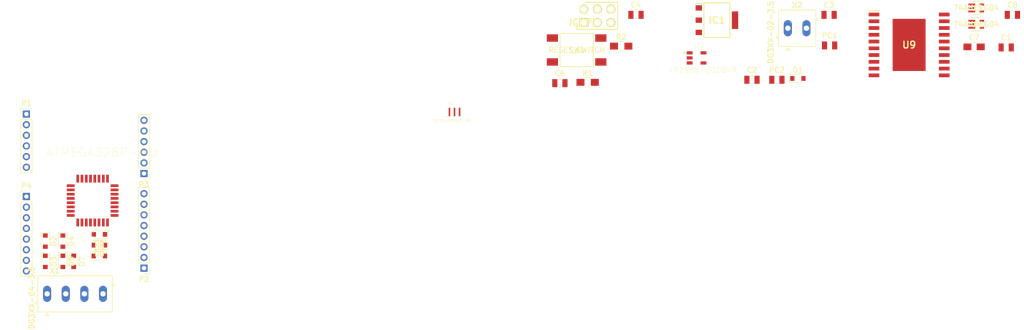
<source format=kicad_pcb>
(kicad_pcb (version 4) (host pcbnew 4.0.7)

  (general
    (links 107)
    (no_connects 107)
    (area 0 0 0 0)
    (thickness 1.6)
    (drawings 0)
    (tracks 0)
    (zones 0)
    (modules 35)
    (nets 50)
  )

  (page A4)
  (layers
    (0 F.Cu signal)
    (31 B.Cu signal)
    (32 B.Adhes user)
    (33 F.Adhes user)
    (34 B.Paste user)
    (35 F.Paste user)
    (36 B.SilkS user)
    (37 F.SilkS user)
    (38 B.Mask user)
    (39 F.Mask user)
    (40 Dwgs.User user)
    (41 Cmts.User user)
    (42 Eco1.User user)
    (43 Eco2.User user)
    (44 Edge.Cuts user)
    (45 Margin user)
    (46 B.CrtYd user)
    (47 F.CrtYd user)
    (48 B.Fab user)
    (49 F.Fab user)
  )

  (setup
    (last_trace_width 0.25)
    (trace_clearance 0.2)
    (zone_clearance 0.508)
    (zone_45_only no)
    (trace_min 0.2)
    (segment_width 0.2)
    (edge_width 0.1)
    (via_size 0.6)
    (via_drill 0.4)
    (via_min_size 0.4)
    (via_min_drill 0.3)
    (uvia_size 0.3)
    (uvia_drill 0.1)
    (uvias_allowed no)
    (uvia_min_size 0.2)
    (uvia_min_drill 0.1)
    (pcb_text_width 0.3)
    (pcb_text_size 1.5 1.5)
    (mod_edge_width 0.15)
    (mod_text_size 1 1)
    (mod_text_width 0.15)
    (pad_size 1.5 1.5)
    (pad_drill 0.6)
    (pad_to_mask_clearance 0)
    (aux_axis_origin 0 0)
    (visible_elements 7FFFFFFF)
    (pcbplotparams
      (layerselection 0x00030_80000001)
      (usegerberextensions false)
      (excludeedgelayer true)
      (linewidth 0.100000)
      (plotframeref false)
      (viasonmask false)
      (mode 1)
      (useauxorigin false)
      (hpglpennumber 1)
      (hpglpenspeed 20)
      (hpglpendiameter 15)
      (hpglpenoverlay 2)
      (psnegative false)
      (psa4output false)
      (plotreference true)
      (plotvalue true)
      (plotinvisibletext false)
      (padsonsilk false)
      (subtractmaskfromsilk false)
      (outputformat 1)
      (mirror false)
      (drillshape 1)
      (scaleselection 1)
      (outputdirectory ""))
  )

  (net 0 "")
  (net 1 GND)
  (net 2 +5V)
  (net 3 "Net-(C2-Pad2)")
  (net 4 /Headers/+3V3)
  (net 5 /ATMEGA328P/AREF)
  (net 6 "Net-(C4-Pad2)")
  (net 7 /Driver/PWRIN)
  (net 8 /Headers/VIN)
  (net 9 "/Motor Outputs/PWRIN")
  (net 10 "Net-(IC1-Pad1)")
  (net 11 /ATMEGA328P/PWMA)
  (net 12 /ATMEGA328P/IO4)
  (net 13 "Net-(IC5-Pad7)")
  (net 14 "Net-(IC5-Pad8)")
  (net 15 /ATMEGA328P/IO5)
  (net 16 /ATMEGA328P/IO6)
  (net 17 /ATMEGA328P/IO7)
  (net 18 /ATMEGA328P/IO8)
  (net 19 /ATMEGA328P/IO9)
  (net 20 /ATMEGA328P/SS)
  (net 21 /ATMEGA328P/PWMB)
  (net 22 /ATMEGA328P/DIRA)
  (net 23 /ATMEGA328P/DIRB)
  (net 24 "Net-(IC5-Pad19)")
  (net 25 "Net-(IC5-Pad22)")
  (net 26 /ATMEGA328P/AD0)
  (net 27 /ATMEGA328P/AD1)
  (net 28 /ATMEGA328P/AD2)
  (net 29 /ATMEGA328P/AD3)
  (net 30 /ATMEGA328P/AD4)
  (net 31 /ATMEGA328P/AD5)
  (net 32 /ATMEGA328P/RESET)
  (net 33 /ATMEGA328P/IO0)
  (net 34 /ATMEGA328P/IO1)
  (net 35 /ATMEGA328P/IO2)
  (net 36 "Net-(PC1-Pad2)")
  (net 37 "Net-(PC2-Pad2)")
  (net 38 "Net-(SW1-Pad1)")
  (net 39 "Net-(U2-Pad4)")
  (net 40 "Net-(U3-Pad4)")
  (net 41 "Net-(U4-Pad4)")
  (net 42 "Net-(U9-Pad3)")
  (net 43 /Driver/OUT1)
  (net 44 /Driver/OUT2)
  (net 45 /Driver/OUT3)
  (net 46 /Driver/OUT4)
  (net 47 "Net-(U9-Pad18)")
  (net 48 "Net-(X2-Pad2)")
  (net 49 "Net-(Y2-Pad2)")

  (net_class Default "This is the default net class."
    (clearance 0.2)
    (trace_width 0.25)
    (via_dia 0.6)
    (via_drill 0.4)
    (uvia_dia 0.3)
    (uvia_drill 0.1)
    (add_net +5V)
    (add_net /ATMEGA328P/AD0)
    (add_net /ATMEGA328P/AD1)
    (add_net /ATMEGA328P/AD2)
    (add_net /ATMEGA328P/AD3)
    (add_net /ATMEGA328P/AD4)
    (add_net /ATMEGA328P/AD5)
    (add_net /ATMEGA328P/AREF)
    (add_net /ATMEGA328P/DIRA)
    (add_net /ATMEGA328P/DIRB)
    (add_net /ATMEGA328P/IO0)
    (add_net /ATMEGA328P/IO1)
    (add_net /ATMEGA328P/IO2)
    (add_net /ATMEGA328P/IO4)
    (add_net /ATMEGA328P/IO5)
    (add_net /ATMEGA328P/IO6)
    (add_net /ATMEGA328P/IO7)
    (add_net /ATMEGA328P/IO8)
    (add_net /ATMEGA328P/IO9)
    (add_net /ATMEGA328P/PWMA)
    (add_net /ATMEGA328P/PWMB)
    (add_net /ATMEGA328P/RESET)
    (add_net /ATMEGA328P/SS)
    (add_net /Driver/OUT1)
    (add_net /Driver/OUT2)
    (add_net /Driver/OUT3)
    (add_net /Driver/OUT4)
    (add_net /Driver/PWRIN)
    (add_net /Headers/+3V3)
    (add_net /Headers/VIN)
    (add_net "/Motor Outputs/PWRIN")
    (add_net GND)
    (add_net "Net-(C2-Pad2)")
    (add_net "Net-(C4-Pad2)")
    (add_net "Net-(IC1-Pad1)")
    (add_net "Net-(IC5-Pad19)")
    (add_net "Net-(IC5-Pad22)")
    (add_net "Net-(IC5-Pad7)")
    (add_net "Net-(IC5-Pad8)")
    (add_net "Net-(PC1-Pad2)")
    (add_net "Net-(PC2-Pad2)")
    (add_net "Net-(SW1-Pad1)")
    (add_net "Net-(U2-Pad4)")
    (add_net "Net-(U3-Pad4)")
    (add_net "Net-(U4-Pad4)")
    (add_net "Net-(U9-Pad18)")
    (add_net "Net-(U9-Pad3)")
    (add_net "Net-(X2-Pad2)")
    (add_net "Net-(Y2-Pad2)")
  )

  (module Capacitor_SMD:C_0805_2012Metric (layer F.Cu) (tedit 59FE48B8) (tstamp 5AA7FF7B)
    (at 239.473501 105.338)
    (descr "Capacitor SMD 0805 (2012 Metric), square (rectangular) end terminal, IPC_7351 nominal, (Body size source: http://www.tortai-tech.com/upload/download/2011102023233369053.pdf), generated with kicad-footprint-generator")
    (tags capacitor)
    (path /5A845975/5A0B5B71)
    (attr smd)
    (fp_text reference C1 (at 0 -1.85) (layer F.SilkS)
      (effects (font (size 1 1) (thickness 0.15)))
    )
    (fp_text value 1uF (at 0 1.85) (layer F.Fab)
      (effects (font (size 1 1) (thickness 0.15)))
    )
    (fp_line (start -1 0.6) (end -1 -0.6) (layer F.Fab) (width 0.1))
    (fp_line (start -1 -0.6) (end 1 -0.6) (layer F.Fab) (width 0.1))
    (fp_line (start 1 -0.6) (end 1 0.6) (layer F.Fab) (width 0.1))
    (fp_line (start 1 0.6) (end -1 0.6) (layer F.Fab) (width 0.1))
    (fp_line (start -0.15 -0.71) (end 0.15 -0.71) (layer F.SilkS) (width 0.12))
    (fp_line (start -0.15 0.71) (end 0.15 0.71) (layer F.SilkS) (width 0.12))
    (fp_line (start -1.69 1) (end -1.69 -1) (layer F.CrtYd) (width 0.05))
    (fp_line (start -1.69 -1) (end 1.69 -1) (layer F.CrtYd) (width 0.05))
    (fp_line (start 1.69 -1) (end 1.69 1) (layer F.CrtYd) (width 0.05))
    (fp_line (start 1.69 1) (end -1.69 1) (layer F.CrtYd) (width 0.05))
    (fp_text user %R (at 0 0) (layer F.Fab)
      (effects (font (size 0.5 0.5) (thickness 0.08)))
    )
    (pad 1 smd rect (at -0.955 0) (size 0.97 1.5) (layers F.Cu F.Paste F.Mask)
      (net 1 GND))
    (pad 2 smd rect (at 0.955 0) (size 0.97 1.5) (layers F.Cu F.Paste F.Mask)
      (net 2 +5V))
    (model ${KISYS3DMOD}/Capacitor_SMD.3dshapes/C_0805_2012Metric.wrl
      (at (xyz 0 0 0))
      (scale (xyz 1 1 1))
      (rotate (xyz 0 0 0))
    )
  )

  (module Capacitor_SMD:C_0805_2012Metric (layer F.Cu) (tedit 59FE48B8) (tstamp 5AA7FF8C)
    (at 191.700881 111.418)
    (descr "Capacitor SMD 0805 (2012 Metric), square (rectangular) end terminal, IPC_7351 nominal, (Body size source: http://www.tortai-tech.com/upload/download/2011102023233369053.pdf), generated with kicad-footprint-generator")
    (tags capacitor)
    (path /55CCFEA2/55CD0087)
    (attr smd)
    (fp_text reference C2 (at 0 -1.85) (layer F.SilkS)
      (effects (font (size 1 1) (thickness 0.15)))
    )
    (fp_text value "0.1 uF" (at 0 1.85) (layer F.Fab)
      (effects (font (size 1 1) (thickness 0.15)))
    )
    (fp_line (start -1 0.6) (end -1 -0.6) (layer F.Fab) (width 0.1))
    (fp_line (start -1 -0.6) (end 1 -0.6) (layer F.Fab) (width 0.1))
    (fp_line (start 1 -0.6) (end 1 0.6) (layer F.Fab) (width 0.1))
    (fp_line (start 1 0.6) (end -1 0.6) (layer F.Fab) (width 0.1))
    (fp_line (start -0.15 -0.71) (end 0.15 -0.71) (layer F.SilkS) (width 0.12))
    (fp_line (start -0.15 0.71) (end 0.15 0.71) (layer F.SilkS) (width 0.12))
    (fp_line (start -1.69 1) (end -1.69 -1) (layer F.CrtYd) (width 0.05))
    (fp_line (start -1.69 -1) (end 1.69 -1) (layer F.CrtYd) (width 0.05))
    (fp_line (start 1.69 -1) (end 1.69 1) (layer F.CrtYd) (width 0.05))
    (fp_line (start 1.69 1) (end -1.69 1) (layer F.CrtYd) (width 0.05))
    (fp_text user %R (at 0 0) (layer F.Fab)
      (effects (font (size 0.5 0.5) (thickness 0.08)))
    )
    (pad 1 smd rect (at -0.955 0) (size 0.97 1.5) (layers F.Cu F.Paste F.Mask)
      (net 2 +5V))
    (pad 2 smd rect (at 0.955 0) (size 0.97 1.5) (layers F.Cu F.Paste F.Mask)
      (net 3 "Net-(C2-Pad2)"))
    (model ${KISYS3DMOD}/Capacitor_SMD.3dshapes/C_0805_2012Metric.wrl
      (at (xyz 0 0 0))
      (scale (xyz 1 1 1))
      (rotate (xyz 0 0 0))
    )
  )

  (module Capacitor_SMD:C_0805_2012Metric (layer F.Cu) (tedit 59FE48B8) (tstamp 5AA7FF9D)
    (at 206.196595 99.218)
    (descr "Capacitor SMD 0805 (2012 Metric), square (rectangular) end terminal, IPC_7351 nominal, (Body size source: http://www.tortai-tech.com/upload/download/2011102023233369053.pdf), generated with kicad-footprint-generator")
    (tags capacitor)
    (path /55CCFEA2/5AA02A53)
    (attr smd)
    (fp_text reference C3 (at 0 -1.85) (layer F.SilkS)
      (effects (font (size 1 1) (thickness 0.15)))
    )
    (fp_text value "1 uF" (at 0 1.85) (layer F.Fab)
      (effects (font (size 1 1) (thickness 0.15)))
    )
    (fp_line (start -1 0.6) (end -1 -0.6) (layer F.Fab) (width 0.1))
    (fp_line (start -1 -0.6) (end 1 -0.6) (layer F.Fab) (width 0.1))
    (fp_line (start 1 -0.6) (end 1 0.6) (layer F.Fab) (width 0.1))
    (fp_line (start 1 0.6) (end -1 0.6) (layer F.Fab) (width 0.1))
    (fp_line (start -0.15 -0.71) (end 0.15 -0.71) (layer F.SilkS) (width 0.12))
    (fp_line (start -0.15 0.71) (end 0.15 0.71) (layer F.SilkS) (width 0.12))
    (fp_line (start -1.69 1) (end -1.69 -1) (layer F.CrtYd) (width 0.05))
    (fp_line (start -1.69 -1) (end 1.69 -1) (layer F.CrtYd) (width 0.05))
    (fp_line (start 1.69 -1) (end 1.69 1) (layer F.CrtYd) (width 0.05))
    (fp_line (start 1.69 1) (end -1.69 1) (layer F.CrtYd) (width 0.05))
    (fp_text user %R (at 0 0) (layer F.Fab)
      (effects (font (size 0.5 0.5) (thickness 0.08)))
    )
    (pad 1 smd rect (at -0.955 0) (size 0.97 1.5) (layers F.Cu F.Paste F.Mask)
      (net 4 /Headers/+3V3))
    (pad 2 smd rect (at 0.955 0) (size 0.97 1.5) (layers F.Cu F.Paste F.Mask)
      (net 1 GND))
    (model ${KISYS3DMOD}/Capacitor_SMD.3dshapes/C_0805_2012Metric.wrl
      (at (xyz 0 0 0))
      (scale (xyz 1 1 1))
      (rotate (xyz 0 0 0))
    )
  )

  (module Capacitor_SMD:C_0805_2012Metric (layer F.Cu) (tedit 59FE48B8) (tstamp 5AA7FFAE)
    (at 169.910881 99.218)
    (descr "Capacitor SMD 0805 (2012 Metric), square (rectangular) end terminal, IPC_7351 nominal, (Body size source: http://www.tortai-tech.com/upload/download/2011102023233369053.pdf), generated with kicad-footprint-generator")
    (tags capacitor)
    (path /55E89CE4/56159BB8)
    (attr smd)
    (fp_text reference C4 (at 0 -1.85) (layer F.SilkS)
      (effects (font (size 1 1) (thickness 0.15)))
    )
    (fp_text value "0.1 uF" (at 0 1.85) (layer F.Fab)
      (effects (font (size 1 1) (thickness 0.15)))
    )
    (fp_line (start -1 0.6) (end -1 -0.6) (layer F.Fab) (width 0.1))
    (fp_line (start -1 -0.6) (end 1 -0.6) (layer F.Fab) (width 0.1))
    (fp_line (start 1 -0.6) (end 1 0.6) (layer F.Fab) (width 0.1))
    (fp_line (start 1 0.6) (end -1 0.6) (layer F.Fab) (width 0.1))
    (fp_line (start -0.15 -0.71) (end 0.15 -0.71) (layer F.SilkS) (width 0.12))
    (fp_line (start -0.15 0.71) (end 0.15 0.71) (layer F.SilkS) (width 0.12))
    (fp_line (start -1.69 1) (end -1.69 -1) (layer F.CrtYd) (width 0.05))
    (fp_line (start -1.69 -1) (end 1.69 -1) (layer F.CrtYd) (width 0.05))
    (fp_line (start 1.69 -1) (end 1.69 1) (layer F.CrtYd) (width 0.05))
    (fp_line (start 1.69 1) (end -1.69 1) (layer F.CrtYd) (width 0.05))
    (fp_text user %R (at 0 0) (layer F.Fab)
      (effects (font (size 0.5 0.5) (thickness 0.08)))
    )
    (pad 1 smd rect (at -0.955 0) (size 0.97 1.5) (layers F.Cu F.Paste F.Mask)
      (net 5 /ATMEGA328P/AREF))
    (pad 2 smd rect (at 0.955 0) (size 0.97 1.5) (layers F.Cu F.Paste F.Mask)
      (net 6 "Net-(C4-Pad2)"))
    (model ${KISYS3DMOD}/Capacitor_SMD.3dshapes/C_0805_2012Metric.wrl
      (at (xyz 0 0 0))
      (scale (xyz 1 1 1))
      (rotate (xyz 0 0 0))
    )
  )

  (module Capacitor_SMD:C_0805_2012Metric (layer F.Cu) (tedit 59FE48B8) (tstamp 5AA7FFBF)
    (at 155.610881 112.048)
    (descr "Capacitor SMD 0805 (2012 Metric), square (rectangular) end terminal, IPC_7351 nominal, (Body size source: http://www.tortai-tech.com/upload/download/2011102023233369053.pdf), generated with kicad-footprint-generator")
    (tags capacitor)
    (path /55E89CE4/56159BD3)
    (attr smd)
    (fp_text reference C6 (at 0 -1.85) (layer F.SilkS)
      (effects (font (size 1 1) (thickness 0.15)))
    )
    (fp_text value "0.1 uF" (at 0 1.85) (layer F.Fab)
      (effects (font (size 1 1) (thickness 0.15)))
    )
    (fp_line (start -1 0.6) (end -1 -0.6) (layer F.Fab) (width 0.1))
    (fp_line (start -1 -0.6) (end 1 -0.6) (layer F.Fab) (width 0.1))
    (fp_line (start 1 -0.6) (end 1 0.6) (layer F.Fab) (width 0.1))
    (fp_line (start 1 0.6) (end -1 0.6) (layer F.Fab) (width 0.1))
    (fp_line (start -0.15 -0.71) (end 0.15 -0.71) (layer F.SilkS) (width 0.12))
    (fp_line (start -0.15 0.71) (end 0.15 0.71) (layer F.SilkS) (width 0.12))
    (fp_line (start -1.69 1) (end -1.69 -1) (layer F.CrtYd) (width 0.05))
    (fp_line (start -1.69 -1) (end 1.69 -1) (layer F.CrtYd) (width 0.05))
    (fp_line (start 1.69 -1) (end 1.69 1) (layer F.CrtYd) (width 0.05))
    (fp_line (start 1.69 1) (end -1.69 1) (layer F.CrtYd) (width 0.05))
    (fp_text user %R (at 0 0) (layer F.Fab)
      (effects (font (size 0.5 0.5) (thickness 0.08)))
    )
    (pad 1 smd rect (at -0.955 0) (size 0.97 1.5) (layers F.Cu F.Paste F.Mask)
      (net 2 +5V))
    (pad 2 smd rect (at 0.955 0) (size 0.97 1.5) (layers F.Cu F.Paste F.Mask)
      (net 1 GND))
    (model ${KISYS3DMOD}/Capacitor_SMD.3dshapes/C_0805_2012Metric.wrl
      (at (xyz 0 0 0))
      (scale (xyz 1 1 1))
      (rotate (xyz 0 0 0))
    )
  )

  (module Capacitors_SMD:C_0805_HandSoldering (layer F.Cu) (tedit 58AA84A8) (tstamp 5AA7FFD0)
    (at 233.437071 105.238)
    (descr "Capacitor SMD 0805, hand soldering")
    (tags "capacitor 0805")
    (path /5A845975/5AA17B72)
    (attr smd)
    (fp_text reference C7 (at 0 -1.75) (layer F.SilkS)
      (effects (font (size 1 1) (thickness 0.15)))
    )
    (fp_text value 100uF,25V (at 0 1.75) (layer F.Fab)
      (effects (font (size 1 1) (thickness 0.15)))
    )
    (fp_text user %R (at 0 -1.75) (layer F.Fab)
      (effects (font (size 1 1) (thickness 0.15)))
    )
    (fp_line (start -1 0.62) (end -1 -0.62) (layer F.Fab) (width 0.1))
    (fp_line (start 1 0.62) (end -1 0.62) (layer F.Fab) (width 0.1))
    (fp_line (start 1 -0.62) (end 1 0.62) (layer F.Fab) (width 0.1))
    (fp_line (start -1 -0.62) (end 1 -0.62) (layer F.Fab) (width 0.1))
    (fp_line (start 0.5 -0.85) (end -0.5 -0.85) (layer F.SilkS) (width 0.12))
    (fp_line (start -0.5 0.85) (end 0.5 0.85) (layer F.SilkS) (width 0.12))
    (fp_line (start -2.25 -0.88) (end 2.25 -0.88) (layer F.CrtYd) (width 0.05))
    (fp_line (start -2.25 -0.88) (end -2.25 0.87) (layer F.CrtYd) (width 0.05))
    (fp_line (start 2.25 0.87) (end 2.25 -0.88) (layer F.CrtYd) (width 0.05))
    (fp_line (start 2.25 0.87) (end -2.25 0.87) (layer F.CrtYd) (width 0.05))
    (pad 1 smd rect (at -1.25 0) (size 1.5 1.25) (layers F.Cu F.Paste F.Mask)
      (net 7 /Driver/PWRIN))
    (pad 2 smd rect (at 1.25 0) (size 1.5 1.25) (layers F.Cu F.Paste F.Mask)
      (net 1 GND))
    (model Capacitors_SMD.3dshapes/C_0805.wrl
      (at (xyz 0 0 0))
      (scale (xyz 1 1 1))
      (rotate (xyz 0 0 0))
    )
  )

  (module Capacitor_SMD:C_0805_2012Metric (layer F.Cu) (tedit 59FE48B8) (tstamp 5AA7FFE1)
    (at 240.639928 99.218)
    (descr "Capacitor SMD 0805 (2012 Metric), square (rectangular) end terminal, IPC_7351 nominal, (Body size source: http://www.tortai-tech.com/upload/download/2011102023233369053.pdf), generated with kicad-footprint-generator")
    (tags capacitor)
    (path /5A845975/5A0B4FB6)
    (attr smd)
    (fp_text reference C8 (at 0 -1.85) (layer F.SilkS)
      (effects (font (size 1 1) (thickness 0.15)))
    )
    (fp_text value 0.1uF (at 0 1.85) (layer F.Fab)
      (effects (font (size 1 1) (thickness 0.15)))
    )
    (fp_line (start -1 0.6) (end -1 -0.6) (layer F.Fab) (width 0.1))
    (fp_line (start -1 -0.6) (end 1 -0.6) (layer F.Fab) (width 0.1))
    (fp_line (start 1 -0.6) (end 1 0.6) (layer F.Fab) (width 0.1))
    (fp_line (start 1 0.6) (end -1 0.6) (layer F.Fab) (width 0.1))
    (fp_line (start -0.15 -0.71) (end 0.15 -0.71) (layer F.SilkS) (width 0.12))
    (fp_line (start -0.15 0.71) (end 0.15 0.71) (layer F.SilkS) (width 0.12))
    (fp_line (start -1.69 1) (end -1.69 -1) (layer F.CrtYd) (width 0.05))
    (fp_line (start -1.69 -1) (end 1.69 -1) (layer F.CrtYd) (width 0.05))
    (fp_line (start 1.69 -1) (end 1.69 1) (layer F.CrtYd) (width 0.05))
    (fp_line (start 1.69 1) (end -1.69 1) (layer F.CrtYd) (width 0.05))
    (fp_text user %R (at 0 0) (layer F.Fab)
      (effects (font (size 0.5 0.5) (thickness 0.08)))
    )
    (pad 1 smd rect (at -0.955 0) (size 0.97 1.5) (layers F.Cu F.Paste F.Mask)
      (net 1 GND))
    (pad 2 smd rect (at 0.955 0) (size 0.97 1.5) (layers F.Cu F.Paste F.Mask)
      (net 2 +5V))
    (model ${KISYS3DMOD}/Capacitor_SMD.3dshapes/C_0805_2012Metric.wrl
      (at (xyz 0 0 0))
      (scale (xyz 1 1 1))
      (rotate (xyz 0 0 0))
    )
  )

  (module Diodes_SMD:D_0805 (layer F.Cu) (tedit 590CE9A4) (tstamp 5AA7FFF9)
    (at 200.333501 111.168)
    (descr "Diode SMD in 0805 package http://datasheets.avx.com/schottky.pdf")
    (tags "smd diode")
    (path /55CCFEA2/5A9FF517)
    (attr smd)
    (fp_text reference D1 (at 0 -1.6) (layer F.SilkS)
      (effects (font (size 1 1) (thickness 0.15)))
    )
    (fp_text value D (at 0 1.7) (layer F.Fab)
      (effects (font (size 1 1) (thickness 0.15)))
    )
    (fp_text user %R (at 0 -1.6) (layer F.Fab)
      (effects (font (size 1 1) (thickness 0.15)))
    )
    (fp_line (start -1.6 -0.8) (end -1.6 0.8) (layer F.SilkS) (width 0.12))
    (fp_line (start -1.7 0.88) (end -1.7 -0.88) (layer F.CrtYd) (width 0.05))
    (fp_line (start 1.7 0.88) (end -1.7 0.88) (layer F.CrtYd) (width 0.05))
    (fp_line (start 1.7 -0.88) (end 1.7 0.88) (layer F.CrtYd) (width 0.05))
    (fp_line (start -1.7 -0.88) (end 1.7 -0.88) (layer F.CrtYd) (width 0.05))
    (fp_line (start 0.2 0) (end 0.4 0) (layer F.Fab) (width 0.1))
    (fp_line (start -0.1 0) (end -0.3 0) (layer F.Fab) (width 0.1))
    (fp_line (start -0.1 -0.2) (end -0.1 0.2) (layer F.Fab) (width 0.1))
    (fp_line (start 0.2 0.2) (end 0.2 -0.2) (layer F.Fab) (width 0.1))
    (fp_line (start -0.1 0) (end 0.2 0.2) (layer F.Fab) (width 0.1))
    (fp_line (start 0.2 -0.2) (end -0.1 0) (layer F.Fab) (width 0.1))
    (fp_line (start -1 0.65) (end -1 -0.65) (layer F.Fab) (width 0.1))
    (fp_line (start 1 0.65) (end -1 0.65) (layer F.Fab) (width 0.1))
    (fp_line (start 1 -0.65) (end 1 0.65) (layer F.Fab) (width 0.1))
    (fp_line (start -1 -0.65) (end 1 -0.65) (layer F.Fab) (width 0.1))
    (fp_line (start -1.6 0.8) (end 1 0.8) (layer F.SilkS) (width 0.12))
    (fp_line (start -1.6 -0.8) (end 1 -0.8) (layer F.SilkS) (width 0.12))
    (pad 1 smd rect (at -1.05 0) (size 0.8 0.9) (layers F.Cu F.Paste F.Mask)
      (net 8 /Headers/VIN))
    (pad 2 smd rect (at 1.05 0) (size 0.8 0.9) (layers F.Cu F.Paste F.Mask)
      (net 9 "/Motor Outputs/PWRIN"))
    (model ${KISYS3DMOD}/Diodes_SMD.3dshapes/D_0805.wrl
      (at (xyz 0 0 0))
      (scale (xyz 1 1 1))
      (rotate (xyz 0 0 0))
    )
  )

  (module Diodes_SMD:D_0805 (layer F.Cu) (tedit 590CE9A4) (tstamp 5AA80011)
    (at 58.928 141.732 270)
    (descr "Diode SMD in 0805 package http://datasheets.avx.com/schottky.pdf")
    (tags "smd diode")
    (path /5A845897/5AA7D6C2)
    (attr smd)
    (fp_text reference D2 (at 0 -1.6 270) (layer F.SilkS)
      (effects (font (size 1 1) (thickness 0.15)))
    )
    (fp_text value D (at 0 1.7 270) (layer F.Fab)
      (effects (font (size 1 1) (thickness 0.15)))
    )
    (fp_text user %R (at 0 -1.6 270) (layer F.Fab)
      (effects (font (size 1 1) (thickness 0.15)))
    )
    (fp_line (start -1.6 -0.8) (end -1.6 0.8) (layer F.SilkS) (width 0.12))
    (fp_line (start -1.7 0.88) (end -1.7 -0.88) (layer F.CrtYd) (width 0.05))
    (fp_line (start 1.7 0.88) (end -1.7 0.88) (layer F.CrtYd) (width 0.05))
    (fp_line (start 1.7 -0.88) (end 1.7 0.88) (layer F.CrtYd) (width 0.05))
    (fp_line (start -1.7 -0.88) (end 1.7 -0.88) (layer F.CrtYd) (width 0.05))
    (fp_line (start 0.2 0) (end 0.4 0) (layer F.Fab) (width 0.1))
    (fp_line (start -0.1 0) (end -0.3 0) (layer F.Fab) (width 0.1))
    (fp_line (start -0.1 -0.2) (end -0.1 0.2) (layer F.Fab) (width 0.1))
    (fp_line (start 0.2 0.2) (end 0.2 -0.2) (layer F.Fab) (width 0.1))
    (fp_line (start -0.1 0) (end 0.2 0.2) (layer F.Fab) (width 0.1))
    (fp_line (start 0.2 -0.2) (end -0.1 0) (layer F.Fab) (width 0.1))
    (fp_line (start -1 0.65) (end -1 -0.65) (layer F.Fab) (width 0.1))
    (fp_line (start 1 0.65) (end -1 0.65) (layer F.Fab) (width 0.1))
    (fp_line (start 1 -0.65) (end 1 0.65) (layer F.Fab) (width 0.1))
    (fp_line (start -1 -0.65) (end 1 -0.65) (layer F.Fab) (width 0.1))
    (fp_line (start -1.6 0.8) (end 1 0.8) (layer F.SilkS) (width 0.12))
    (fp_line (start -1.6 -0.8) (end 1 -0.8) (layer F.SilkS) (width 0.12))
    (pad 1 smd rect (at -1.05 0 270) (size 0.8 0.9) (layers F.Cu F.Paste F.Mask)
      (net 9 "/Motor Outputs/PWRIN"))
    (pad 2 smd rect (at 1.05 0 270) (size 0.8 0.9) (layers F.Cu F.Paste F.Mask)
      (net 43 /Driver/OUT1))
    (model ${KISYS3DMOD}/Diodes_SMD.3dshapes/D_0805.wrl
      (at (xyz 0 0 0))
      (scale (xyz 1 1 1))
      (rotate (xyz 0 0 0))
    )
  )

  (module Diodes_SMD:D_0805 (layer F.Cu) (tedit 590CE9A4) (tstamp 5AA80029)
    (at 58.928 145.542 270)
    (descr "Diode SMD in 0805 package http://datasheets.avx.com/schottky.pdf")
    (tags "smd diode")
    (path /5A845897/5AA7FA31)
    (attr smd)
    (fp_text reference D3 (at 0 -1.6 270) (layer F.SilkS)
      (effects (font (size 1 1) (thickness 0.15)))
    )
    (fp_text value D (at 0 1.7 270) (layer F.Fab)
      (effects (font (size 1 1) (thickness 0.15)))
    )
    (fp_text user %R (at 0 -1.6 270) (layer F.Fab)
      (effects (font (size 1 1) (thickness 0.15)))
    )
    (fp_line (start -1.6 -0.8) (end -1.6 0.8) (layer F.SilkS) (width 0.12))
    (fp_line (start -1.7 0.88) (end -1.7 -0.88) (layer F.CrtYd) (width 0.05))
    (fp_line (start 1.7 0.88) (end -1.7 0.88) (layer F.CrtYd) (width 0.05))
    (fp_line (start 1.7 -0.88) (end 1.7 0.88) (layer F.CrtYd) (width 0.05))
    (fp_line (start -1.7 -0.88) (end 1.7 -0.88) (layer F.CrtYd) (width 0.05))
    (fp_line (start 0.2 0) (end 0.4 0) (layer F.Fab) (width 0.1))
    (fp_line (start -0.1 0) (end -0.3 0) (layer F.Fab) (width 0.1))
    (fp_line (start -0.1 -0.2) (end -0.1 0.2) (layer F.Fab) (width 0.1))
    (fp_line (start 0.2 0.2) (end 0.2 -0.2) (layer F.Fab) (width 0.1))
    (fp_line (start -0.1 0) (end 0.2 0.2) (layer F.Fab) (width 0.1))
    (fp_line (start 0.2 -0.2) (end -0.1 0) (layer F.Fab) (width 0.1))
    (fp_line (start -1 0.65) (end -1 -0.65) (layer F.Fab) (width 0.1))
    (fp_line (start 1 0.65) (end -1 0.65) (layer F.Fab) (width 0.1))
    (fp_line (start 1 -0.65) (end 1 0.65) (layer F.Fab) (width 0.1))
    (fp_line (start -1 -0.65) (end 1 -0.65) (layer F.Fab) (width 0.1))
    (fp_line (start -1.6 0.8) (end 1 0.8) (layer F.SilkS) (width 0.12))
    (fp_line (start -1.6 -0.8) (end 1 -0.8) (layer F.SilkS) (width 0.12))
    (pad 1 smd rect (at -1.05 0 270) (size 0.8 0.9) (layers F.Cu F.Paste F.Mask)
      (net 43 /Driver/OUT1))
    (pad 2 smd rect (at 1.05 0 270) (size 0.8 0.9) (layers F.Cu F.Paste F.Mask)
      (net 1 GND))
    (model ${KISYS3DMOD}/Diodes_SMD.3dshapes/D_0805.wrl
      (at (xyz 0 0 0))
      (scale (xyz 1 1 1))
      (rotate (xyz 0 0 0))
    )
  )

  (module Diodes_SMD:D_0805 (layer F.Cu) (tedit 590CE9A4) (tstamp 5AA80041)
    (at 62.23 141.732 270)
    (descr "Diode SMD in 0805 package http://datasheets.avx.com/schottky.pdf")
    (tags "smd diode")
    (path /5A845897/5AA7D743)
    (attr smd)
    (fp_text reference D4 (at 0 -1.6 270) (layer F.SilkS)
      (effects (font (size 1 1) (thickness 0.15)))
    )
    (fp_text value D (at 0 1.7 270) (layer F.Fab)
      (effects (font (size 1 1) (thickness 0.15)))
    )
    (fp_text user %R (at 0 -1.6 270) (layer F.Fab)
      (effects (font (size 1 1) (thickness 0.15)))
    )
    (fp_line (start -1.6 -0.8) (end -1.6 0.8) (layer F.SilkS) (width 0.12))
    (fp_line (start -1.7 0.88) (end -1.7 -0.88) (layer F.CrtYd) (width 0.05))
    (fp_line (start 1.7 0.88) (end -1.7 0.88) (layer F.CrtYd) (width 0.05))
    (fp_line (start 1.7 -0.88) (end 1.7 0.88) (layer F.CrtYd) (width 0.05))
    (fp_line (start -1.7 -0.88) (end 1.7 -0.88) (layer F.CrtYd) (width 0.05))
    (fp_line (start 0.2 0) (end 0.4 0) (layer F.Fab) (width 0.1))
    (fp_line (start -0.1 0) (end -0.3 0) (layer F.Fab) (width 0.1))
    (fp_line (start -0.1 -0.2) (end -0.1 0.2) (layer F.Fab) (width 0.1))
    (fp_line (start 0.2 0.2) (end 0.2 -0.2) (layer F.Fab) (width 0.1))
    (fp_line (start -0.1 0) (end 0.2 0.2) (layer F.Fab) (width 0.1))
    (fp_line (start 0.2 -0.2) (end -0.1 0) (layer F.Fab) (width 0.1))
    (fp_line (start -1 0.65) (end -1 -0.65) (layer F.Fab) (width 0.1))
    (fp_line (start 1 0.65) (end -1 0.65) (layer F.Fab) (width 0.1))
    (fp_line (start 1 -0.65) (end 1 0.65) (layer F.Fab) (width 0.1))
    (fp_line (start -1 -0.65) (end 1 -0.65) (layer F.Fab) (width 0.1))
    (fp_line (start -1.6 0.8) (end 1 0.8) (layer F.SilkS) (width 0.12))
    (fp_line (start -1.6 -0.8) (end 1 -0.8) (layer F.SilkS) (width 0.12))
    (pad 1 smd rect (at -1.05 0 270) (size 0.8 0.9) (layers F.Cu F.Paste F.Mask)
      (net 9 "/Motor Outputs/PWRIN"))
    (pad 2 smd rect (at 1.05 0 270) (size 0.8 0.9) (layers F.Cu F.Paste F.Mask)
      (net 44 /Driver/OUT2))
    (model ${KISYS3DMOD}/Diodes_SMD.3dshapes/D_0805.wrl
      (at (xyz 0 0 0))
      (scale (xyz 1 1 1))
      (rotate (xyz 0 0 0))
    )
  )

  (module Diodes_SMD:D_0805 (layer F.Cu) (tedit 590CE9A4) (tstamp 5AA80059)
    (at 62.23 145.542 270)
    (descr "Diode SMD in 0805 package http://datasheets.avx.com/schottky.pdf")
    (tags "smd diode")
    (path /5A845897/5AA7F99A)
    (attr smd)
    (fp_text reference D5 (at 0 -1.6 270) (layer F.SilkS)
      (effects (font (size 1 1) (thickness 0.15)))
    )
    (fp_text value D (at 0 1.7 270) (layer F.Fab)
      (effects (font (size 1 1) (thickness 0.15)))
    )
    (fp_text user %R (at 0 -1.6 270) (layer F.Fab)
      (effects (font (size 1 1) (thickness 0.15)))
    )
    (fp_line (start -1.6 -0.8) (end -1.6 0.8) (layer F.SilkS) (width 0.12))
    (fp_line (start -1.7 0.88) (end -1.7 -0.88) (layer F.CrtYd) (width 0.05))
    (fp_line (start 1.7 0.88) (end -1.7 0.88) (layer F.CrtYd) (width 0.05))
    (fp_line (start 1.7 -0.88) (end 1.7 0.88) (layer F.CrtYd) (width 0.05))
    (fp_line (start -1.7 -0.88) (end 1.7 -0.88) (layer F.CrtYd) (width 0.05))
    (fp_line (start 0.2 0) (end 0.4 0) (layer F.Fab) (width 0.1))
    (fp_line (start -0.1 0) (end -0.3 0) (layer F.Fab) (width 0.1))
    (fp_line (start -0.1 -0.2) (end -0.1 0.2) (layer F.Fab) (width 0.1))
    (fp_line (start 0.2 0.2) (end 0.2 -0.2) (layer F.Fab) (width 0.1))
    (fp_line (start -0.1 0) (end 0.2 0.2) (layer F.Fab) (width 0.1))
    (fp_line (start 0.2 -0.2) (end -0.1 0) (layer F.Fab) (width 0.1))
    (fp_line (start -1 0.65) (end -1 -0.65) (layer F.Fab) (width 0.1))
    (fp_line (start 1 0.65) (end -1 0.65) (layer F.Fab) (width 0.1))
    (fp_line (start 1 -0.65) (end 1 0.65) (layer F.Fab) (width 0.1))
    (fp_line (start -1 -0.65) (end 1 -0.65) (layer F.Fab) (width 0.1))
    (fp_line (start -1.6 0.8) (end 1 0.8) (layer F.SilkS) (width 0.12))
    (fp_line (start -1.6 -0.8) (end 1 -0.8) (layer F.SilkS) (width 0.12))
    (pad 1 smd rect (at -1.05 0 270) (size 0.8 0.9) (layers F.Cu F.Paste F.Mask)
      (net 44 /Driver/OUT2))
    (pad 2 smd rect (at 1.05 0 270) (size 0.8 0.9) (layers F.Cu F.Paste F.Mask)
      (net 1 GND))
    (model ${KISYS3DMOD}/Diodes_SMD.3dshapes/D_0805.wrl
      (at (xyz 0 0 0))
      (scale (xyz 1 1 1))
      (rotate (xyz 0 0 0))
    )
  )

  (module Diodes_SMD:D_0805 (layer F.Cu) (tedit 590CE9A4) (tstamp 5AA80071)
    (at 69.088 140.462 180)
    (descr "Diode SMD in 0805 package http://datasheets.avx.com/schottky.pdf")
    (tags "smd diode")
    (path /5A845897/5AA7D774)
    (attr smd)
    (fp_text reference D6 (at 0 -1.6 180) (layer F.SilkS)
      (effects (font (size 1 1) (thickness 0.15)))
    )
    (fp_text value D (at 0 1.7 180) (layer F.Fab)
      (effects (font (size 1 1) (thickness 0.15)))
    )
    (fp_text user %R (at 0 -1.6 180) (layer F.Fab)
      (effects (font (size 1 1) (thickness 0.15)))
    )
    (fp_line (start -1.6 -0.8) (end -1.6 0.8) (layer F.SilkS) (width 0.12))
    (fp_line (start -1.7 0.88) (end -1.7 -0.88) (layer F.CrtYd) (width 0.05))
    (fp_line (start 1.7 0.88) (end -1.7 0.88) (layer F.CrtYd) (width 0.05))
    (fp_line (start 1.7 -0.88) (end 1.7 0.88) (layer F.CrtYd) (width 0.05))
    (fp_line (start -1.7 -0.88) (end 1.7 -0.88) (layer F.CrtYd) (width 0.05))
    (fp_line (start 0.2 0) (end 0.4 0) (layer F.Fab) (width 0.1))
    (fp_line (start -0.1 0) (end -0.3 0) (layer F.Fab) (width 0.1))
    (fp_line (start -0.1 -0.2) (end -0.1 0.2) (layer F.Fab) (width 0.1))
    (fp_line (start 0.2 0.2) (end 0.2 -0.2) (layer F.Fab) (width 0.1))
    (fp_line (start -0.1 0) (end 0.2 0.2) (layer F.Fab) (width 0.1))
    (fp_line (start 0.2 -0.2) (end -0.1 0) (layer F.Fab) (width 0.1))
    (fp_line (start -1 0.65) (end -1 -0.65) (layer F.Fab) (width 0.1))
    (fp_line (start 1 0.65) (end -1 0.65) (layer F.Fab) (width 0.1))
    (fp_line (start 1 -0.65) (end 1 0.65) (layer F.Fab) (width 0.1))
    (fp_line (start -1 -0.65) (end 1 -0.65) (layer F.Fab) (width 0.1))
    (fp_line (start -1.6 0.8) (end 1 0.8) (layer F.SilkS) (width 0.12))
    (fp_line (start -1.6 -0.8) (end 1 -0.8) (layer F.SilkS) (width 0.12))
    (pad 1 smd rect (at -1.05 0 180) (size 0.8 0.9) (layers F.Cu F.Paste F.Mask)
      (net 9 "/Motor Outputs/PWRIN"))
    (pad 2 smd rect (at 1.05 0 180) (size 0.8 0.9) (layers F.Cu F.Paste F.Mask)
      (net 45 /Driver/OUT3))
    (model ${KISYS3DMOD}/Diodes_SMD.3dshapes/D_0805.wrl
      (at (xyz 0 0 0))
      (scale (xyz 1 1 1))
      (rotate (xyz 0 0 0))
    )
  )

  (module Diodes_SMD:D_0805 (layer F.Cu) (tedit 590CE9A4) (tstamp 5AA80089)
    (at 64.262 145.542 270)
    (descr "Diode SMD in 0805 package http://datasheets.avx.com/schottky.pdf")
    (tags "smd diode")
    (path /5A845897/5AA7F96F)
    (attr smd)
    (fp_text reference D7 (at 0 -1.6 270) (layer F.SilkS)
      (effects (font (size 1 1) (thickness 0.15)))
    )
    (fp_text value D (at 0 1.7 270) (layer F.Fab)
      (effects (font (size 1 1) (thickness 0.15)))
    )
    (fp_text user %R (at 0 -1.6 270) (layer F.Fab)
      (effects (font (size 1 1) (thickness 0.15)))
    )
    (fp_line (start -1.6 -0.8) (end -1.6 0.8) (layer F.SilkS) (width 0.12))
    (fp_line (start -1.7 0.88) (end -1.7 -0.88) (layer F.CrtYd) (width 0.05))
    (fp_line (start 1.7 0.88) (end -1.7 0.88) (layer F.CrtYd) (width 0.05))
    (fp_line (start 1.7 -0.88) (end 1.7 0.88) (layer F.CrtYd) (width 0.05))
    (fp_line (start -1.7 -0.88) (end 1.7 -0.88) (layer F.CrtYd) (width 0.05))
    (fp_line (start 0.2 0) (end 0.4 0) (layer F.Fab) (width 0.1))
    (fp_line (start -0.1 0) (end -0.3 0) (layer F.Fab) (width 0.1))
    (fp_line (start -0.1 -0.2) (end -0.1 0.2) (layer F.Fab) (width 0.1))
    (fp_line (start 0.2 0.2) (end 0.2 -0.2) (layer F.Fab) (width 0.1))
    (fp_line (start -0.1 0) (end 0.2 0.2) (layer F.Fab) (width 0.1))
    (fp_line (start 0.2 -0.2) (end -0.1 0) (layer F.Fab) (width 0.1))
    (fp_line (start -1 0.65) (end -1 -0.65) (layer F.Fab) (width 0.1))
    (fp_line (start 1 0.65) (end -1 0.65) (layer F.Fab) (width 0.1))
    (fp_line (start 1 -0.65) (end 1 0.65) (layer F.Fab) (width 0.1))
    (fp_line (start -1 -0.65) (end 1 -0.65) (layer F.Fab) (width 0.1))
    (fp_line (start -1.6 0.8) (end 1 0.8) (layer F.SilkS) (width 0.12))
    (fp_line (start -1.6 -0.8) (end 1 -0.8) (layer F.SilkS) (width 0.12))
    (pad 1 smd rect (at -1.05 0 270) (size 0.8 0.9) (layers F.Cu F.Paste F.Mask)
      (net 45 /Driver/OUT3))
    (pad 2 smd rect (at 1.05 0 270) (size 0.8 0.9) (layers F.Cu F.Paste F.Mask)
      (net 1 GND))
    (model ${KISYS3DMOD}/Diodes_SMD.3dshapes/D_0805.wrl
      (at (xyz 0 0 0))
      (scale (xyz 1 1 1))
      (rotate (xyz 0 0 0))
    )
  )

  (module Diodes_SMD:D_0805 (layer F.Cu) (tedit 590CE9A4) (tstamp 5AA800A1)
    (at 69.088 142.494 180)
    (descr "Diode SMD in 0805 package http://datasheets.avx.com/schottky.pdf")
    (tags "smd diode")
    (path /5A845897/5AA7D7A7)
    (attr smd)
    (fp_text reference D8 (at 0 -1.6 180) (layer F.SilkS)
      (effects (font (size 1 1) (thickness 0.15)))
    )
    (fp_text value D (at 0 1.7 180) (layer F.Fab)
      (effects (font (size 1 1) (thickness 0.15)))
    )
    (fp_text user %R (at 0 -1.6 180) (layer F.Fab)
      (effects (font (size 1 1) (thickness 0.15)))
    )
    (fp_line (start -1.6 -0.8) (end -1.6 0.8) (layer F.SilkS) (width 0.12))
    (fp_line (start -1.7 0.88) (end -1.7 -0.88) (layer F.CrtYd) (width 0.05))
    (fp_line (start 1.7 0.88) (end -1.7 0.88) (layer F.CrtYd) (width 0.05))
    (fp_line (start 1.7 -0.88) (end 1.7 0.88) (layer F.CrtYd) (width 0.05))
    (fp_line (start -1.7 -0.88) (end 1.7 -0.88) (layer F.CrtYd) (width 0.05))
    (fp_line (start 0.2 0) (end 0.4 0) (layer F.Fab) (width 0.1))
    (fp_line (start -0.1 0) (end -0.3 0) (layer F.Fab) (width 0.1))
    (fp_line (start -0.1 -0.2) (end -0.1 0.2) (layer F.Fab) (width 0.1))
    (fp_line (start 0.2 0.2) (end 0.2 -0.2) (layer F.Fab) (width 0.1))
    (fp_line (start -0.1 0) (end 0.2 0.2) (layer F.Fab) (width 0.1))
    (fp_line (start 0.2 -0.2) (end -0.1 0) (layer F.Fab) (width 0.1))
    (fp_line (start -1 0.65) (end -1 -0.65) (layer F.Fab) (width 0.1))
    (fp_line (start 1 0.65) (end -1 0.65) (layer F.Fab) (width 0.1))
    (fp_line (start 1 -0.65) (end 1 0.65) (layer F.Fab) (width 0.1))
    (fp_line (start -1 -0.65) (end 1 -0.65) (layer F.Fab) (width 0.1))
    (fp_line (start -1.6 0.8) (end 1 0.8) (layer F.SilkS) (width 0.12))
    (fp_line (start -1.6 -0.8) (end 1 -0.8) (layer F.SilkS) (width 0.12))
    (pad 1 smd rect (at -1.05 0 180) (size 0.8 0.9) (layers F.Cu F.Paste F.Mask)
      (net 9 "/Motor Outputs/PWRIN"))
    (pad 2 smd rect (at 1.05 0 180) (size 0.8 0.9) (layers F.Cu F.Paste F.Mask)
      (net 46 /Driver/OUT4))
    (model ${KISYS3DMOD}/Diodes_SMD.3dshapes/D_0805.wrl
      (at (xyz 0 0 0))
      (scale (xyz 1 1 1))
      (rotate (xyz 0 0 0))
    )
  )

  (module Diodes_SMD:D_0805 (layer F.Cu) (tedit 590CE9A4) (tstamp 5AA800B9)
    (at 69.088 144.526)
    (descr "Diode SMD in 0805 package http://datasheets.avx.com/schottky.pdf")
    (tags "smd diode")
    (path /5A845897/5AA7F90A)
    (attr smd)
    (fp_text reference D9 (at 0 -1.6) (layer F.SilkS)
      (effects (font (size 1 1) (thickness 0.15)))
    )
    (fp_text value D (at 0 1.7) (layer F.Fab)
      (effects (font (size 1 1) (thickness 0.15)))
    )
    (fp_text user %R (at 0 -1.6) (layer F.Fab)
      (effects (font (size 1 1) (thickness 0.15)))
    )
    (fp_line (start -1.6 -0.8) (end -1.6 0.8) (layer F.SilkS) (width 0.12))
    (fp_line (start -1.7 0.88) (end -1.7 -0.88) (layer F.CrtYd) (width 0.05))
    (fp_line (start 1.7 0.88) (end -1.7 0.88) (layer F.CrtYd) (width 0.05))
    (fp_line (start 1.7 -0.88) (end 1.7 0.88) (layer F.CrtYd) (width 0.05))
    (fp_line (start -1.7 -0.88) (end 1.7 -0.88) (layer F.CrtYd) (width 0.05))
    (fp_line (start 0.2 0) (end 0.4 0) (layer F.Fab) (width 0.1))
    (fp_line (start -0.1 0) (end -0.3 0) (layer F.Fab) (width 0.1))
    (fp_line (start -0.1 -0.2) (end -0.1 0.2) (layer F.Fab) (width 0.1))
    (fp_line (start 0.2 0.2) (end 0.2 -0.2) (layer F.Fab) (width 0.1))
    (fp_line (start -0.1 0) (end 0.2 0.2) (layer F.Fab) (width 0.1))
    (fp_line (start 0.2 -0.2) (end -0.1 0) (layer F.Fab) (width 0.1))
    (fp_line (start -1 0.65) (end -1 -0.65) (layer F.Fab) (width 0.1))
    (fp_line (start 1 0.65) (end -1 0.65) (layer F.Fab) (width 0.1))
    (fp_line (start 1 -0.65) (end 1 0.65) (layer F.Fab) (width 0.1))
    (fp_line (start -1 -0.65) (end 1 -0.65) (layer F.Fab) (width 0.1))
    (fp_line (start -1.6 0.8) (end 1 0.8) (layer F.SilkS) (width 0.12))
    (fp_line (start -1.6 -0.8) (end 1 -0.8) (layer F.SilkS) (width 0.12))
    (pad 1 smd rect (at -1.05 0) (size 0.8 0.9) (layers F.Cu F.Paste F.Mask)
      (net 46 /Driver/OUT4))
    (pad 2 smd rect (at 1.05 0) (size 0.8 0.9) (layers F.Cu F.Paste F.Mask)
      (net 1 GND))
    (model ${KISYS3DMOD}/Diodes_SMD.3dshapes/D_0805.wrl
      (at (xyz 0 0 0))
      (scale (xyz 1 1 1))
      (rotate (xyz 0 0 0))
    )
  )

  (module MC33269ST-3.3T3G:SOT230P700X175-4N (layer F.Cu) (tedit 5A9FFE94) (tstamp 5AA800CF)
    (at 185.118739 100.218001)
    (descr "SOT-223 ST SUFFIX CASE 318E-04 ISSUE N")
    (tags "Integrated Circuit")
    (path /55CCFEA2/5AA00876)
    (attr smd)
    (fp_text reference IC1 (at 0 0) (layer F.SilkS)
      (effects (font (size 1.27 1.27) (thickness 0.254)))
    )
    (fp_text value MC33269ST-5.OT3 (at 0 0) (layer F.SilkS) hide
      (effects (font (size 1.27 1.27) (thickness 0.254)))
    )
    (fp_line (start -4.25 -3.6) (end 4.25 -3.6) (layer Dwgs.User) (width 0.05))
    (fp_line (start 4.25 -3.6) (end 4.25 3.6) (layer Dwgs.User) (width 0.05))
    (fp_line (start 4.25 3.6) (end -4.25 3.6) (layer Dwgs.User) (width 0.05))
    (fp_line (start -4.25 3.6) (end -4.25 -3.6) (layer Dwgs.User) (width 0.05))
    (fp_line (start -1.75 -3.25) (end 1.75 -3.25) (layer Dwgs.User) (width 0.1))
    (fp_line (start 1.75 -3.25) (end 1.75 3.25) (layer Dwgs.User) (width 0.1))
    (fp_line (start 1.75 3.25) (end -1.75 3.25) (layer Dwgs.User) (width 0.1))
    (fp_line (start -1.75 3.25) (end -1.75 -3.25) (layer Dwgs.User) (width 0.1))
    (fp_line (start -1.75 -0.95) (end 0.55 -3.25) (layer Dwgs.User) (width 0.1))
    (fp_line (start -2.45 -3.25) (end 2.45 -3.25) (layer F.SilkS) (width 0.2))
    (fp_line (start 2.45 -3.25) (end 2.45 3.25) (layer F.SilkS) (width 0.2))
    (fp_line (start 2.45 3.25) (end -2.45 3.25) (layer F.SilkS) (width 0.2))
    (fp_line (start -2.45 3.25) (end -2.45 -3.25) (layer F.SilkS) (width 0.2))
    (fp_line (start -4 -3.15) (end -2.8 -3.15) (layer F.SilkS) (width 0.2))
    (pad 1 smd rect (at -3.4 -2.3 90) (size 1 1.2) (layers F.Cu F.Paste F.Mask)
      (net 10 "Net-(IC1-Pad1)"))
    (pad 2 smd rect (at -3.4 0 90) (size 1 1.2) (layers F.Cu F.Paste F.Mask)
      (net 2 +5V))
    (pad 3 smd rect (at -3.4 2.3 90) (size 1 1.2) (layers F.Cu F.Paste F.Mask)
      (net 8 /Headers/VIN))
    (pad 4 smd rect (at 3.4 0) (size 1.2 3.3) (layers F.Cu F.Paste F.Mask)
      (net 2 +5V))
  )

  (module ATMEGA328P-AU:QFP80P900X900X120-32N (layer F.Cu) (tedit 0) (tstamp 5AA8019C)
    (at 67.818 134.112)
    (path /55E89CE4/5AA0EFE0)
    (attr smd)
    (fp_text reference IC5 (at -1.32363 6.94899) (layer F.SilkS)
      (effects (font (size 1.64349 1.64349) (thickness 0.05)))
    )
    (fp_text value ATMEGA328P-MU (at 1.75644 -9.03681) (layer F.SilkS)
      (effects (font (size 1.6436 1.6436) (thickness 0.05)))
    )
    (fp_line (start -3.5052 3.5052) (end -3.0226 3.5052) (layer Dwgs.User) (width 0))
    (fp_line (start -2.5654 3.5052) (end -2.2352 3.5052) (layer Dwgs.User) (width 0))
    (fp_line (start -1.778 3.5052) (end -1.4224 3.5052) (layer Dwgs.User) (width 0))
    (fp_line (start -0.9652 3.5052) (end -0.635 3.5052) (layer Dwgs.User) (width 0))
    (fp_line (start -0.1778 3.5052) (end 0.1778 3.5052) (layer Dwgs.User) (width 0))
    (fp_line (start 0.635 3.5052) (end 0.9652 3.5052) (layer Dwgs.User) (width 0))
    (fp_line (start 1.4224 3.5052) (end 1.778 3.5052) (layer Dwgs.User) (width 0))
    (fp_line (start 2.2352 3.5052) (end 2.5654 3.5052) (layer Dwgs.User) (width 0))
    (fp_line (start 3.0226 3.5052) (end 3.5052 3.5052) (layer Dwgs.User) (width 0))
    (fp_line (start 3.5052 3.5052) (end 3.5052 3.0226) (layer Dwgs.User) (width 0))
    (fp_line (start 3.5052 2.5654) (end 3.5052 2.2352) (layer Dwgs.User) (width 0))
    (fp_line (start 3.5052 1.778) (end 3.5052 1.4224) (layer Dwgs.User) (width 0))
    (fp_line (start 3.5052 0.9652) (end 3.5052 0.635) (layer Dwgs.User) (width 0))
    (fp_line (start 3.5052 0.1778) (end 3.5052 -0.1778) (layer Dwgs.User) (width 0))
    (fp_line (start 3.5052 -0.635) (end 3.5052 -0.9652) (layer Dwgs.User) (width 0))
    (fp_line (start 3.5052 -1.4224) (end 3.5052 -1.778) (layer Dwgs.User) (width 0))
    (fp_line (start 3.5052 -2.2352) (end 3.5052 -2.5654) (layer Dwgs.User) (width 0))
    (fp_line (start 3.5052 -3.0226) (end 3.5052 -3.5052) (layer Dwgs.User) (width 0))
    (fp_line (start 3.5052 -3.5052) (end 3.0226 -3.5052) (layer Dwgs.User) (width 0))
    (fp_line (start 2.5654 -3.5052) (end 2.2352 -3.5052) (layer Dwgs.User) (width 0))
    (fp_line (start 1.778 -3.5052) (end 1.4224 -3.5052) (layer Dwgs.User) (width 0))
    (fp_line (start 0.9652 -3.5052) (end 0.635 -3.5052) (layer Dwgs.User) (width 0))
    (fp_line (start 0.1778 -3.5052) (end -0.1778 -3.5052) (layer Dwgs.User) (width 0))
    (fp_line (start -0.635 -3.5052) (end -0.9652 -3.5052) (layer Dwgs.User) (width 0))
    (fp_line (start -1.4224 -3.5052) (end -1.778 -3.5052) (layer Dwgs.User) (width 0))
    (fp_line (start -2.2352 -3.5052) (end -2.5654 -3.5052) (layer Dwgs.User) (width 0))
    (fp_line (start -3.0226 -3.5052) (end -3.5052 -3.5052) (layer Dwgs.User) (width 0))
    (fp_line (start -3.5052 -3.5052) (end -3.5052 -3.0226) (layer Dwgs.User) (width 0))
    (fp_line (start -3.5052 -2.5654) (end -3.5052 -2.2352) (layer Dwgs.User) (width 0))
    (fp_line (start -3.5052 -1.778) (end -3.5052 -1.4224) (layer Dwgs.User) (width 0))
    (fp_line (start -3.5052 -0.9652) (end -3.5052 -0.635) (layer Dwgs.User) (width 0))
    (fp_line (start -3.5052 -0.1778) (end -3.5052 0.1778) (layer Dwgs.User) (width 0))
    (fp_line (start -3.5052 0.635) (end -3.5052 0.9652) (layer Dwgs.User) (width 0))
    (fp_line (start -3.5052 1.4224) (end -3.5052 1.778) (layer Dwgs.User) (width 0))
    (fp_line (start -3.5052 2.2352) (end -3.5052 2.5654) (layer Dwgs.User) (width 0))
    (fp_line (start -3.5052 3.0226) (end -3.5052 3.5052) (layer Dwgs.User) (width 0))
    (fp_line (start 2.5654 -3.5052) (end 3.0226 -3.5052) (layer Dwgs.User) (width 0))
    (fp_line (start 3.0226 -3.5052) (end 3.0226 -4.4958) (layer Dwgs.User) (width 0))
    (fp_line (start 3.0226 -4.4958) (end 2.5654 -4.4958) (layer Dwgs.User) (width 0))
    (fp_line (start 2.5654 -4.4958) (end 2.5654 -3.5052) (layer Dwgs.User) (width 0))
    (fp_line (start 1.778 -3.5052) (end 2.2352 -3.5052) (layer Dwgs.User) (width 0))
    (fp_line (start 2.2352 -3.5052) (end 2.2352 -4.4958) (layer Dwgs.User) (width 0))
    (fp_line (start 2.2352 -4.4958) (end 1.778 -4.4958) (layer Dwgs.User) (width 0))
    (fp_line (start 1.778 -4.4958) (end 1.778 -3.5052) (layer Dwgs.User) (width 0))
    (fp_line (start 0.9652 -3.5052) (end 1.4224 -3.5052) (layer Dwgs.User) (width 0))
    (fp_line (start 1.4224 -3.5052) (end 1.4224 -4.4958) (layer Dwgs.User) (width 0))
    (fp_line (start 1.4224 -4.4958) (end 0.9652 -4.4958) (layer Dwgs.User) (width 0))
    (fp_line (start 0.9652 -4.4958) (end 0.9652 -3.5052) (layer Dwgs.User) (width 0))
    (fp_line (start 0.1778 -3.5052) (end 0.635 -3.5052) (layer Dwgs.User) (width 0))
    (fp_line (start 0.635 -3.5052) (end 0.635 -4.4958) (layer Dwgs.User) (width 0))
    (fp_line (start 0.635 -4.4958) (end 0.1778 -4.4958) (layer Dwgs.User) (width 0))
    (fp_line (start 0.1778 -4.4958) (end 0.1778 -3.5052) (layer Dwgs.User) (width 0))
    (fp_line (start -0.635 -3.5052) (end -0.1778 -3.5052) (layer Dwgs.User) (width 0))
    (fp_line (start -0.1778 -3.5052) (end -0.1778 -4.4958) (layer Dwgs.User) (width 0))
    (fp_line (start -0.1778 -4.4958) (end -0.635 -4.4958) (layer Dwgs.User) (width 0))
    (fp_line (start -0.635 -4.4958) (end -0.635 -3.5052) (layer Dwgs.User) (width 0))
    (fp_line (start -1.4224 -3.5052) (end -0.9652 -3.5052) (layer Dwgs.User) (width 0))
    (fp_line (start -0.9652 -3.5052) (end -0.9652 -4.4958) (layer Dwgs.User) (width 0))
    (fp_line (start -0.9652 -4.4958) (end -1.4224 -4.4958) (layer Dwgs.User) (width 0))
    (fp_line (start -1.4224 -4.4958) (end -1.4224 -3.5052) (layer Dwgs.User) (width 0))
    (fp_line (start -2.2352 -3.5052) (end -1.778 -3.5052) (layer Dwgs.User) (width 0))
    (fp_line (start -1.778 -3.5052) (end -1.778 -4.4958) (layer Dwgs.User) (width 0))
    (fp_line (start -1.778 -4.4958) (end -2.2352 -4.4958) (layer Dwgs.User) (width 0))
    (fp_line (start -2.2352 -4.4958) (end -2.2352 -3.5052) (layer Dwgs.User) (width 0))
    (fp_line (start -3.0226 -3.5052) (end -2.5654 -3.5052) (layer Dwgs.User) (width 0))
    (fp_line (start -2.5654 -3.5052) (end -2.5654 -4.4958) (layer Dwgs.User) (width 0))
    (fp_line (start -2.5654 -4.4958) (end -3.0226 -4.4958) (layer Dwgs.User) (width 0))
    (fp_line (start -3.0226 -4.4958) (end -3.0226 -3.5052) (layer Dwgs.User) (width 0))
    (fp_line (start -3.5052 -2.5654) (end -3.5052 -3.0226) (layer Dwgs.User) (width 0))
    (fp_line (start -3.5052 -3.0226) (end -4.4958 -3.0226) (layer Dwgs.User) (width 0))
    (fp_line (start -4.4958 -3.0226) (end -4.4958 -2.5654) (layer Dwgs.User) (width 0))
    (fp_line (start -4.4958 -2.5654) (end -3.5052 -2.5654) (layer Dwgs.User) (width 0))
    (fp_line (start -3.5052 -1.778) (end -3.5052 -2.2352) (layer Dwgs.User) (width 0))
    (fp_line (start -3.5052 -2.2352) (end -4.4958 -2.2352) (layer Dwgs.User) (width 0))
    (fp_line (start -4.4958 -2.2352) (end -4.4958 -1.778) (layer Dwgs.User) (width 0))
    (fp_line (start -4.4958 -1.778) (end -3.5052 -1.778) (layer Dwgs.User) (width 0))
    (fp_line (start -3.5052 -0.9652) (end -3.5052 -1.4224) (layer Dwgs.User) (width 0))
    (fp_line (start -3.5052 -1.4224) (end -4.4958 -1.4224) (layer Dwgs.User) (width 0))
    (fp_line (start -4.4958 -1.4224) (end -4.4958 -0.9652) (layer Dwgs.User) (width 0))
    (fp_line (start -4.4958 -0.9652) (end -3.5052 -0.9652) (layer Dwgs.User) (width 0))
    (fp_line (start -3.5052 -0.1778) (end -3.5052 -0.635) (layer Dwgs.User) (width 0))
    (fp_line (start -3.5052 -0.635) (end -4.4958 -0.635) (layer Dwgs.User) (width 0))
    (fp_line (start -4.4958 -0.635) (end -4.4958 -0.1778) (layer Dwgs.User) (width 0))
    (fp_line (start -4.4958 -0.1778) (end -3.5052 -0.1778) (layer Dwgs.User) (width 0))
    (fp_line (start -3.5052 0.635) (end -3.5052 0.1778) (layer Dwgs.User) (width 0))
    (fp_line (start -3.5052 0.1778) (end -4.4958 0.1778) (layer Dwgs.User) (width 0))
    (fp_line (start -4.4958 0.1778) (end -4.4958 0.635) (layer Dwgs.User) (width 0))
    (fp_line (start -4.4958 0.635) (end -3.5052 0.635) (layer Dwgs.User) (width 0))
    (fp_line (start -3.5052 1.4224) (end -3.5052 0.9652) (layer Dwgs.User) (width 0))
    (fp_line (start -3.5052 0.9652) (end -4.4958 0.9652) (layer Dwgs.User) (width 0))
    (fp_line (start -4.4958 0.9652) (end -4.4958 1.4224) (layer Dwgs.User) (width 0))
    (fp_line (start -4.4958 1.4224) (end -3.5052 1.4224) (layer Dwgs.User) (width 0))
    (fp_line (start -3.5052 2.2352) (end -3.5052 1.778) (layer Dwgs.User) (width 0))
    (fp_line (start -3.5052 1.778) (end -4.4958 1.778) (layer Dwgs.User) (width 0))
    (fp_line (start -4.4958 1.778) (end -4.4958 2.2352) (layer Dwgs.User) (width 0))
    (fp_line (start -4.4958 2.2352) (end -3.5052 2.2352) (layer Dwgs.User) (width 0))
    (fp_line (start -3.5052 3.0226) (end -3.5052 2.5654) (layer Dwgs.User) (width 0))
    (fp_line (start -3.5052 2.5654) (end -4.4958 2.5654) (layer Dwgs.User) (width 0))
    (fp_line (start -4.4958 2.5654) (end -4.4958 3.0226) (layer Dwgs.User) (width 0))
    (fp_line (start -4.4958 3.0226) (end -3.5052 3.0226) (layer Dwgs.User) (width 0))
    (fp_line (start -2.5654 3.5052) (end -3.0226 3.5052) (layer Dwgs.User) (width 0))
    (fp_line (start -3.0226 3.5052) (end -3.0226 4.4958) (layer Dwgs.User) (width 0))
    (fp_line (start -3.0226 4.4958) (end -2.5654 4.4958) (layer Dwgs.User) (width 0))
    (fp_line (start -2.5654 4.4958) (end -2.5654 3.5052) (layer Dwgs.User) (width 0))
    (fp_line (start -1.778 3.5052) (end -2.2352 3.5052) (layer Dwgs.User) (width 0))
    (fp_line (start -2.2352 3.5052) (end -2.2352 4.4958) (layer Dwgs.User) (width 0))
    (fp_line (start -2.2352 4.4958) (end -1.778 4.4958) (layer Dwgs.User) (width 0))
    (fp_line (start -1.778 4.4958) (end -1.778 3.5052) (layer Dwgs.User) (width 0))
    (fp_line (start -0.9652 3.5052) (end -1.4224 3.5052) (layer Dwgs.User) (width 0))
    (fp_line (start -1.4224 3.5052) (end -1.4224 4.4958) (layer Dwgs.User) (width 0))
    (fp_line (start -1.4224 4.4958) (end -0.9652 4.4958) (layer Dwgs.User) (width 0))
    (fp_line (start -0.9652 4.4958) (end -0.9652 3.5052) (layer Dwgs.User) (width 0))
    (fp_line (start -0.1778 3.5052) (end -0.635 3.5052) (layer Dwgs.User) (width 0))
    (fp_line (start -0.635 3.5052) (end -0.635 4.4958) (layer Dwgs.User) (width 0))
    (fp_line (start -0.635 4.4958) (end -0.1778 4.4958) (layer Dwgs.User) (width 0))
    (fp_line (start -0.1778 4.4958) (end -0.1778 3.5052) (layer Dwgs.User) (width 0))
    (fp_line (start 0.635 3.5052) (end 0.1778 3.5052) (layer Dwgs.User) (width 0))
    (fp_line (start 0.1778 3.5052) (end 0.1778 4.4958) (layer Dwgs.User) (width 0))
    (fp_line (start 0.1778 4.4958) (end 0.635 4.4958) (layer Dwgs.User) (width 0))
    (fp_line (start 0.635 4.4958) (end 0.635 3.5052) (layer Dwgs.User) (width 0))
    (fp_line (start 1.4224 3.5052) (end 0.9652 3.5052) (layer Dwgs.User) (width 0))
    (fp_line (start 0.9652 3.5052) (end 0.9652 4.4958) (layer Dwgs.User) (width 0))
    (fp_line (start 0.9652 4.4958) (end 1.4224 4.4958) (layer Dwgs.User) (width 0))
    (fp_line (start 1.4224 4.4958) (end 1.4224 3.5052) (layer Dwgs.User) (width 0))
    (fp_line (start 2.2352 3.5052) (end 1.778 3.5052) (layer Dwgs.User) (width 0))
    (fp_line (start 1.778 3.5052) (end 1.778 4.4958) (layer Dwgs.User) (width 0))
    (fp_line (start 1.778 4.4958) (end 2.2352 4.4958) (layer Dwgs.User) (width 0))
    (fp_line (start 2.2352 4.4958) (end 2.2352 3.5052) (layer Dwgs.User) (width 0))
    (fp_line (start 3.0226 3.5052) (end 2.5654 3.5052) (layer Dwgs.User) (width 0))
    (fp_line (start 2.5654 3.5052) (end 2.5654 4.4958) (layer Dwgs.User) (width 0))
    (fp_line (start 2.5654 4.4958) (end 3.0226 4.4958) (layer Dwgs.User) (width 0))
    (fp_line (start 3.0226 4.4958) (end 3.0226 3.5052) (layer Dwgs.User) (width 0))
    (fp_line (start 3.5052 2.5654) (end 3.5052 3.0226) (layer Dwgs.User) (width 0))
    (fp_line (start 3.5052 3.0226) (end 4.4958 3.0226) (layer Dwgs.User) (width 0))
    (fp_line (start 4.4958 3.0226) (end 4.4958 2.5654) (layer Dwgs.User) (width 0))
    (fp_line (start 4.4958 2.5654) (end 3.5052 2.5654) (layer Dwgs.User) (width 0))
    (fp_line (start 3.5052 1.778) (end 3.5052 2.2352) (layer Dwgs.User) (width 0))
    (fp_line (start 3.5052 2.2352) (end 4.4958 2.2352) (layer Dwgs.User) (width 0))
    (fp_line (start 4.4958 2.2352) (end 4.4958 1.778) (layer Dwgs.User) (width 0))
    (fp_line (start 4.4958 1.778) (end 3.5052 1.778) (layer Dwgs.User) (width 0))
    (fp_line (start 3.5052 0.9652) (end 3.5052 1.4224) (layer Dwgs.User) (width 0))
    (fp_line (start 3.5052 1.4224) (end 4.4958 1.4224) (layer Dwgs.User) (width 0))
    (fp_line (start 4.4958 1.4224) (end 4.4958 0.9652) (layer Dwgs.User) (width 0))
    (fp_line (start 4.4958 0.9652) (end 3.5052 0.9652) (layer Dwgs.User) (width 0))
    (fp_line (start 3.5052 0.1778) (end 3.5052 0.635) (layer Dwgs.User) (width 0))
    (fp_line (start 3.5052 0.635) (end 4.4958 0.635) (layer Dwgs.User) (width 0))
    (fp_line (start 4.4958 0.635) (end 4.4958 0.1778) (layer Dwgs.User) (width 0))
    (fp_line (start 4.4958 0.1778) (end 3.5052 0.1778) (layer Dwgs.User) (width 0))
    (fp_line (start 3.5052 -0.635) (end 3.5052 -0.1778) (layer Dwgs.User) (width 0))
    (fp_line (start 3.5052 -0.1778) (end 4.4958 -0.1778) (layer Dwgs.User) (width 0))
    (fp_line (start 4.4958 -0.1778) (end 4.4958 -0.635) (layer Dwgs.User) (width 0))
    (fp_line (start 4.4958 -0.635) (end 3.5052 -0.635) (layer Dwgs.User) (width 0))
    (fp_line (start 3.5052 -1.4224) (end 3.5052 -0.9652) (layer Dwgs.User) (width 0))
    (fp_line (start 3.5052 -0.9652) (end 4.4958 -0.9652) (layer Dwgs.User) (width 0))
    (fp_line (start 4.4958 -0.9652) (end 4.4958 -1.4224) (layer Dwgs.User) (width 0))
    (fp_line (start 4.4958 -1.4224) (end 3.5052 -1.4224) (layer Dwgs.User) (width 0))
    (fp_line (start 3.5052 -2.2352) (end 3.5052 -1.778) (layer Dwgs.User) (width 0))
    (fp_line (start 3.5052 -1.778) (end 4.4958 -1.778) (layer Dwgs.User) (width 0))
    (fp_line (start 4.4958 -1.778) (end 4.4958 -2.2352) (layer Dwgs.User) (width 0))
    (fp_line (start 4.4958 -2.2352) (end 3.5052 -2.2352) (layer Dwgs.User) (width 0))
    (fp_line (start 3.5052 -3.0226) (end 3.5052 -2.5654) (layer Dwgs.User) (width 0))
    (fp_line (start 3.5052 -2.5654) (end 4.4958 -2.5654) (layer Dwgs.User) (width 0))
    (fp_line (start 4.4958 -2.5654) (end 4.4958 -3.0226) (layer Dwgs.User) (width 0))
    (fp_line (start 4.4958 -3.0226) (end 3.5052 -3.0226) (layer Dwgs.User) (width 0))
    (fp_line (start -3.5052 -2.2352) (end -2.2352 -3.5052) (layer Dwgs.User) (width 0))
    (fp_line (start -1.778 3.5052) (end 1.778 3.5052) (layer Dwgs.User) (width 0))
    (fp_line (start 3.5052 2.2352) (end 3.5052 -2.2352) (layer Dwgs.User) (width 0))
    (fp_line (start 2.5654 -3.5052) (end -2.5654 -3.5052) (layer Dwgs.User) (width 0))
    (fp_line (start -3.5052 -3.0226) (end -3.5052 3.0226) (layer Dwgs.User) (width 0))
    (pad 1 smd rect (at -4.1148 -2.794 270) (size 0.508 1.4732) (layers F.Cu F.Paste F.Mask)
      (net 11 /ATMEGA328P/PWMA))
    (pad 2 smd rect (at -4.1148 -2.0066 270) (size 0.508 1.4732) (layers F.Cu F.Paste F.Mask)
      (net 12 /ATMEGA328P/IO4))
    (pad 3 smd rect (at -4.1148 -1.1938 270) (size 0.508 1.4732) (layers F.Cu F.Paste F.Mask)
      (net 1 GND))
    (pad 4 smd rect (at -4.1148 -0.4064 270) (size 0.508 1.4732) (layers F.Cu F.Paste F.Mask)
      (net 2 +5V))
    (pad 5 smd rect (at -4.1148 0.4064 270) (size 0.508 1.4732) (layers F.Cu F.Paste F.Mask)
      (net 1 GND))
    (pad 6 smd rect (at -4.1148 1.1938 270) (size 0.508 1.4732) (layers F.Cu F.Paste F.Mask)
      (net 2 +5V))
    (pad 7 smd rect (at -4.1148 2.0066 270) (size 0.508 1.4732) (layers F.Cu F.Paste F.Mask)
      (net 13 "Net-(IC5-Pad7)"))
    (pad 8 smd rect (at -4.1148 2.794 270) (size 0.508 1.4732) (layers F.Cu F.Paste F.Mask)
      (net 14 "Net-(IC5-Pad8)"))
    (pad 9 smd rect (at -2.794 4.1148 180) (size 0.508 1.4732) (layers F.Cu F.Paste F.Mask)
      (net 15 /ATMEGA328P/IO5))
    (pad 10 smd rect (at -2.0066 4.1148 180) (size 0.508 1.4732) (layers F.Cu F.Paste F.Mask)
      (net 16 /ATMEGA328P/IO6))
    (pad 11 smd rect (at -1.1938 4.1148 180) (size 0.508 1.4732) (layers F.Cu F.Paste F.Mask)
      (net 17 /ATMEGA328P/IO7))
    (pad 12 smd rect (at -0.4064 4.1148 180) (size 0.508 1.4732) (layers F.Cu F.Paste F.Mask)
      (net 18 /ATMEGA328P/IO8))
    (pad 13 smd rect (at 0.4064 4.1148 180) (size 0.508 1.4732) (layers F.Cu F.Paste F.Mask)
      (net 19 /ATMEGA328P/IO9))
    (pad 14 smd rect (at 1.1938 4.1148 180) (size 0.508 1.4732) (layers F.Cu F.Paste F.Mask)
      (net 20 /ATMEGA328P/SS))
    (pad 15 smd rect (at 2.0066 4.1148 180) (size 0.508 1.4732) (layers F.Cu F.Paste F.Mask)
      (net 21 /ATMEGA328P/PWMB))
    (pad 16 smd rect (at 2.794 4.1148 180) (size 0.508 1.4732) (layers F.Cu F.Paste F.Mask)
      (net 22 /ATMEGA328P/DIRA))
    (pad 17 smd rect (at 4.1148 2.794 270) (size 0.508 1.4732) (layers F.Cu F.Paste F.Mask)
      (net 23 /ATMEGA328P/DIRB))
    (pad 18 smd rect (at 4.1148 2.0066 270) (size 0.508 1.4732) (layers F.Cu F.Paste F.Mask)
      (net 2 +5V))
    (pad 19 smd rect (at 4.1148 1.1938 270) (size 0.508 1.4732) (layers F.Cu F.Paste F.Mask)
      (net 24 "Net-(IC5-Pad19)"))
    (pad 20 smd rect (at 4.1148 0.4064 270) (size 0.508 1.4732) (layers F.Cu F.Paste F.Mask)
      (net 5 /ATMEGA328P/AREF))
    (pad 21 smd rect (at 4.1148 -0.4064 270) (size 0.508 1.4732) (layers F.Cu F.Paste F.Mask)
      (net 1 GND))
    (pad 22 smd rect (at 4.1148 -1.1938 270) (size 0.508 1.4732) (layers F.Cu F.Paste F.Mask)
      (net 25 "Net-(IC5-Pad22)"))
    (pad 23 smd rect (at 4.1148 -2.0066 270) (size 0.508 1.4732) (layers F.Cu F.Paste F.Mask)
      (net 26 /ATMEGA328P/AD0))
    (pad 24 smd rect (at 4.1148 -2.794 270) (size 0.508 1.4732) (layers F.Cu F.Paste F.Mask)
      (net 27 /ATMEGA328P/AD1))
    (pad 25 smd rect (at 2.794 -4.1148 180) (size 0.508 1.4732) (layers F.Cu F.Paste F.Mask)
      (net 28 /ATMEGA328P/AD2))
    (pad 26 smd rect (at 2.0066 -4.1148 180) (size 0.508 1.4732) (layers F.Cu F.Paste F.Mask)
      (net 29 /ATMEGA328P/AD3))
    (pad 27 smd rect (at 1.1938 -4.1148 180) (size 0.508 1.4732) (layers F.Cu F.Paste F.Mask)
      (net 30 /ATMEGA328P/AD4))
    (pad 28 smd rect (at 0.4064 -4.1148 180) (size 0.508 1.4732) (layers F.Cu F.Paste F.Mask)
      (net 31 /ATMEGA328P/AD5))
    (pad 29 smd rect (at -0.4064 -4.1148 180) (size 0.508 1.4732) (layers F.Cu F.Paste F.Mask)
      (net 32 /ATMEGA328P/RESET))
    (pad 30 smd rect (at -1.1938 -4.1148 180) (size 0.508 1.4732) (layers F.Cu F.Paste F.Mask)
      (net 33 /ATMEGA328P/IO0))
    (pad 31 smd rect (at -2.0066 -4.1148 180) (size 0.508 1.4732) (layers F.Cu F.Paste F.Mask)
      (net 34 /ATMEGA328P/IO1))
    (pad 32 smd rect (at -2.794 -4.1148 180) (size 0.508 1.4732) (layers F.Cu F.Paste F.Mask)
      (net 35 /ATMEGA328P/IO2))
  )

  (module M20-9980346:HDRV6W64P254_2X3_762X508X868P (layer F.Cu) (tedit 5AA6A07C) (tstamp 5AA801B2)
    (at 160.113263 100.678001)
    (descr M20-9980346)
    (tags Connector)
    (path /55E89CE4/55E8CAAE)
    (fp_text reference ICSP2 (at 0 0) (layer F.SilkS)
      (effects (font (size 1.27 1.27) (thickness 0.254)))
    )
    (fp_text value M20-9980346 (at 0 0) (layer F.SilkS) hide
      (effects (font (size 1.27 1.27) (thickness 0.254)))
    )
    (fp_line (start -1.52 1.52) (end -1.52 -4.06) (layer Dwgs.User) (width 0.05))
    (fp_line (start -1.52 -4.06) (end 6.6 -4.06) (layer Dwgs.User) (width 0.05))
    (fp_line (start 6.6 -4.06) (end 6.6 1.52) (layer Dwgs.User) (width 0.05))
    (fp_line (start 6.6 1.52) (end -1.52 1.52) (layer Dwgs.User) (width 0.05))
    (fp_line (start -1.27 1.27) (end -1.27 -3.81) (layer Dwgs.User) (width 0.1))
    (fp_line (start -1.27 -3.81) (end 6.35 -3.81) (layer Dwgs.User) (width 0.1))
    (fp_line (start 6.35 -3.81) (end 6.35 1.27) (layer Dwgs.User) (width 0.1))
    (fp_line (start 6.35 1.27) (end -1.27 1.27) (layer Dwgs.User) (width 0.1))
    (fp_line (start -1.27 0) (end -1.27 1.27) (layer F.SilkS) (width 0.2))
    (fp_line (start -1.27 1.27) (end 6.35 1.27) (layer F.SilkS) (width 0.2))
    (fp_line (start 6.35 1.27) (end 6.35 -3.81) (layer F.SilkS) (width 0.2))
    (fp_line (start 6.35 -3.81) (end 0 -3.81) (layer F.SilkS) (width 0.2))
    (pad 1 thru_hole rect (at 0 0 90) (size 1.65 1.65) (drill 1.1) (layers *.Cu *.Mask F.SilkS)
      (net 22 /ATMEGA328P/DIRA))
    (pad 3 thru_hole circle (at 2.54 0 90) (size 1.65 1.65) (drill 1.1) (layers *.Cu *.Mask F.SilkS)
      (net 23 /ATMEGA328P/DIRB))
    (pad 5 thru_hole circle (at 5.08 0 90) (size 1.65 1.65) (drill 1.1) (layers *.Cu *.Mask F.SilkS)
      (net 32 /ATMEGA328P/RESET))
    (pad 2 thru_hole circle (at 0 -2.54 90) (size 1.65 1.65) (drill 1.1) (layers *.Cu *.Mask F.SilkS)
      (net 2 +5V))
    (pad 4 thru_hole circle (at 2.54 -2.54 90) (size 1.65 1.65) (drill 1.1) (layers *.Cu *.Mask F.SilkS)
      (net 21 /ATMEGA328P/PWMB))
    (pad 6 thru_hole circle (at 5.08 -2.54 90) (size 1.65 1.65) (drill 1.1) (layers *.Cu *.Mask F.SilkS)
      (net 1 GND))
  )

  (module Pin_Headers:Pin_Header_Straight_1x06_Pitch2.00mm (layer F.Cu) (tedit 59650533) (tstamp 5AA801CC)
    (at 55.372 117.856)
    (descr "Through hole straight pin header, 1x06, 2.00mm pitch, single row")
    (tags "Through hole pin header THT 1x06 2.00mm single row")
    (path /55E94587/5AA112E8)
    (fp_text reference P1 (at 0 -2.06) (layer F.SilkS)
      (effects (font (size 1 1) (thickness 0.15)))
    )
    (fp_text value CONN_01X06 (at 0 12.06) (layer F.Fab)
      (effects (font (size 1 1) (thickness 0.15)))
    )
    (fp_line (start -0.5 -1) (end 1 -1) (layer F.Fab) (width 0.1))
    (fp_line (start 1 -1) (end 1 11) (layer F.Fab) (width 0.1))
    (fp_line (start 1 11) (end -1 11) (layer F.Fab) (width 0.1))
    (fp_line (start -1 11) (end -1 -0.5) (layer F.Fab) (width 0.1))
    (fp_line (start -1 -0.5) (end -0.5 -1) (layer F.Fab) (width 0.1))
    (fp_line (start -1.06 11.06) (end 1.06 11.06) (layer F.SilkS) (width 0.12))
    (fp_line (start -1.06 1) (end -1.06 11.06) (layer F.SilkS) (width 0.12))
    (fp_line (start 1.06 1) (end 1.06 11.06) (layer F.SilkS) (width 0.12))
    (fp_line (start -1.06 1) (end 1.06 1) (layer F.SilkS) (width 0.12))
    (fp_line (start -1.06 0) (end -1.06 -1.06) (layer F.SilkS) (width 0.12))
    (fp_line (start -1.06 -1.06) (end 0 -1.06) (layer F.SilkS) (width 0.12))
    (fp_line (start -1.5 -1.5) (end -1.5 11.5) (layer F.CrtYd) (width 0.05))
    (fp_line (start -1.5 11.5) (end 1.5 11.5) (layer F.CrtYd) (width 0.05))
    (fp_line (start 1.5 11.5) (end 1.5 -1.5) (layer F.CrtYd) (width 0.05))
    (fp_line (start 1.5 -1.5) (end -1.5 -1.5) (layer F.CrtYd) (width 0.05))
    (fp_text user %R (at 0 5 90) (layer F.Fab)
      (effects (font (size 1 1) (thickness 0.15)))
    )
    (pad 1 thru_hole rect (at 0 0) (size 1.35 1.35) (drill 0.8) (layers *.Cu *.Mask)
      (net 32 /ATMEGA328P/RESET))
    (pad 2 thru_hole oval (at 0 2) (size 1.35 1.35) (drill 0.8) (layers *.Cu *.Mask)
      (net 4 /Headers/+3V3))
    (pad 3 thru_hole oval (at 0 4) (size 1.35 1.35) (drill 0.8) (layers *.Cu *.Mask)
      (net 2 +5V))
    (pad 4 thru_hole oval (at 0 6) (size 1.35 1.35) (drill 0.8) (layers *.Cu *.Mask)
      (net 1 GND))
    (pad 5 thru_hole oval (at 0 8) (size 1.35 1.35) (drill 0.8) (layers *.Cu *.Mask)
      (net 1 GND))
    (pad 6 thru_hole oval (at 0 10) (size 1.35 1.35) (drill 0.8) (layers *.Cu *.Mask)
      (net 8 /Headers/VIN))
    (model ${KISYS3DMOD}/Pin_Headers.3dshapes/Pin_Header_Straight_1x06_Pitch2.00mm.wrl
      (at (xyz 0 0 0))
      (scale (xyz 1 1 1))
      (rotate (xyz 0 0 0))
    )
  )

  (module Pin_Headers:Pin_Header_Straight_1x08_Pitch2.00mm (layer F.Cu) (tedit 59650533) (tstamp 5AA801E8)
    (at 77.47 146.812 180)
    (descr "Through hole straight pin header, 1x08, 2.00mm pitch, single row")
    (tags "Through hole pin header THT 1x08 2.00mm single row")
    (path /55E94587/5AA12C70)
    (fp_text reference P2 (at 0 -2.06 180) (layer F.SilkS)
      (effects (font (size 1 1) (thickness 0.15)))
    )
    (fp_text value IOH (at 0 16.06 180) (layer F.Fab)
      (effects (font (size 1 1) (thickness 0.15)))
    )
    (fp_line (start -0.5 -1) (end 1 -1) (layer F.Fab) (width 0.1))
    (fp_line (start 1 -1) (end 1 15) (layer F.Fab) (width 0.1))
    (fp_line (start 1 15) (end -1 15) (layer F.Fab) (width 0.1))
    (fp_line (start -1 15) (end -1 -0.5) (layer F.Fab) (width 0.1))
    (fp_line (start -1 -0.5) (end -0.5 -1) (layer F.Fab) (width 0.1))
    (fp_line (start -1.06 15.06) (end 1.06 15.06) (layer F.SilkS) (width 0.12))
    (fp_line (start -1.06 1) (end -1.06 15.06) (layer F.SilkS) (width 0.12))
    (fp_line (start 1.06 1) (end 1.06 15.06) (layer F.SilkS) (width 0.12))
    (fp_line (start -1.06 1) (end 1.06 1) (layer F.SilkS) (width 0.12))
    (fp_line (start -1.06 0) (end -1.06 -1.06) (layer F.SilkS) (width 0.12))
    (fp_line (start -1.06 -1.06) (end 0 -1.06) (layer F.SilkS) (width 0.12))
    (fp_line (start -1.5 -1.5) (end -1.5 15.5) (layer F.CrtYd) (width 0.05))
    (fp_line (start -1.5 15.5) (end 1.5 15.5) (layer F.CrtYd) (width 0.05))
    (fp_line (start 1.5 15.5) (end 1.5 -1.5) (layer F.CrtYd) (width 0.05))
    (fp_line (start 1.5 -1.5) (end -1.5 -1.5) (layer F.CrtYd) (width 0.05))
    (fp_text user %R (at 0 7 270) (layer F.Fab)
      (effects (font (size 1 1) (thickness 0.15)))
    )
    (pad 1 thru_hole rect (at 0 0 180) (size 1.35 1.35) (drill 0.8) (layers *.Cu *.Mask)
      (net 18 /ATMEGA328P/IO8))
    (pad 2 thru_hole oval (at 0 2 180) (size 1.35 1.35) (drill 0.8) (layers *.Cu *.Mask)
      (net 19 /ATMEGA328P/IO9))
    (pad 3 thru_hole oval (at 0 4 180) (size 1.35 1.35) (drill 0.8) (layers *.Cu *.Mask)
      (net 20 /ATMEGA328P/SS))
    (pad 4 thru_hole oval (at 0 6 180) (size 1.35 1.35) (drill 0.8) (layers *.Cu *.Mask)
      (net 21 /ATMEGA328P/PWMB))
    (pad 5 thru_hole oval (at 0 8 180) (size 1.35 1.35) (drill 0.8) (layers *.Cu *.Mask)
      (net 22 /ATMEGA328P/DIRA))
    (pad 6 thru_hole oval (at 0 10 180) (size 1.35 1.35) (drill 0.8) (layers *.Cu *.Mask)
      (net 23 /ATMEGA328P/DIRB))
    (pad 7 thru_hole oval (at 0 12 180) (size 1.35 1.35) (drill 0.8) (layers *.Cu *.Mask)
      (net 1 GND))
    (pad 8 thru_hole oval (at 0 14 180) (size 1.35 1.35) (drill 0.8) (layers *.Cu *.Mask)
      (net 5 /ATMEGA328P/AREF))
    (model ${KISYS3DMOD}/Pin_Headers.3dshapes/Pin_Header_Straight_1x08_Pitch2.00mm.wrl
      (at (xyz 0 0 0))
      (scale (xyz 1 1 1))
      (rotate (xyz 0 0 0))
    )
  )

  (module Pin_Headers:Pin_Header_Straight_1x06_Pitch2.00mm (layer F.Cu) (tedit 59650533) (tstamp 5AA80202)
    (at 77.47 129.032 180)
    (descr "Through hole straight pin header, 1x06, 2.00mm pitch, single row")
    (tags "Through hole pin header THT 1x06 2.00mm single row")
    (path /55E94587/5AA12D35)
    (fp_text reference P3 (at 0 -2.06 180) (layer F.SilkS)
      (effects (font (size 1 1) (thickness 0.15)))
    )
    (fp_text value AD (at 0 12.06 180) (layer F.Fab)
      (effects (font (size 1 1) (thickness 0.15)))
    )
    (fp_line (start -0.5 -1) (end 1 -1) (layer F.Fab) (width 0.1))
    (fp_line (start 1 -1) (end 1 11) (layer F.Fab) (width 0.1))
    (fp_line (start 1 11) (end -1 11) (layer F.Fab) (width 0.1))
    (fp_line (start -1 11) (end -1 -0.5) (layer F.Fab) (width 0.1))
    (fp_line (start -1 -0.5) (end -0.5 -1) (layer F.Fab) (width 0.1))
    (fp_line (start -1.06 11.06) (end 1.06 11.06) (layer F.SilkS) (width 0.12))
    (fp_line (start -1.06 1) (end -1.06 11.06) (layer F.SilkS) (width 0.12))
    (fp_line (start 1.06 1) (end 1.06 11.06) (layer F.SilkS) (width 0.12))
    (fp_line (start -1.06 1) (end 1.06 1) (layer F.SilkS) (width 0.12))
    (fp_line (start -1.06 0) (end -1.06 -1.06) (layer F.SilkS) (width 0.12))
    (fp_line (start -1.06 -1.06) (end 0 -1.06) (layer F.SilkS) (width 0.12))
    (fp_line (start -1.5 -1.5) (end -1.5 11.5) (layer F.CrtYd) (width 0.05))
    (fp_line (start -1.5 11.5) (end 1.5 11.5) (layer F.CrtYd) (width 0.05))
    (fp_line (start 1.5 11.5) (end 1.5 -1.5) (layer F.CrtYd) (width 0.05))
    (fp_line (start 1.5 -1.5) (end -1.5 -1.5) (layer F.CrtYd) (width 0.05))
    (fp_text user %R (at 0 5 270) (layer F.Fab)
      (effects (font (size 1 1) (thickness 0.15)))
    )
    (pad 1 thru_hole rect (at 0 0 180) (size 1.35 1.35) (drill 0.8) (layers *.Cu *.Mask)
      (net 26 /ATMEGA328P/AD0))
    (pad 2 thru_hole oval (at 0 2 180) (size 1.35 1.35) (drill 0.8) (layers *.Cu *.Mask)
      (net 27 /ATMEGA328P/AD1))
    (pad 3 thru_hole oval (at 0 4 180) (size 1.35 1.35) (drill 0.8) (layers *.Cu *.Mask)
      (net 28 /ATMEGA328P/AD2))
    (pad 4 thru_hole oval (at 0 6 180) (size 1.35 1.35) (drill 0.8) (layers *.Cu *.Mask)
      (net 29 /ATMEGA328P/AD3))
    (pad 5 thru_hole oval (at 0 8 180) (size 1.35 1.35) (drill 0.8) (layers *.Cu *.Mask)
      (net 30 /ATMEGA328P/AD4))
    (pad 6 thru_hole oval (at 0 10 180) (size 1.35 1.35) (drill 0.8) (layers *.Cu *.Mask)
      (net 31 /ATMEGA328P/AD5))
    (model ${KISYS3DMOD}/Pin_Headers.3dshapes/Pin_Header_Straight_1x06_Pitch2.00mm.wrl
      (at (xyz 0 0 0))
      (scale (xyz 1 1 1))
      (rotate (xyz 0 0 0))
    )
  )

  (module Pin_Headers:Pin_Header_Straight_1x08_Pitch2.00mm (layer F.Cu) (tedit 59650533) (tstamp 5AA8021E)
    (at 55.372 133.35)
    (descr "Through hole straight pin header, 1x08, 2.00mm pitch, single row")
    (tags "Through hole pin header THT 1x08 2.00mm single row")
    (path /55E94587/5615BF57)
    (fp_text reference P4 (at 0 -2.06) (layer F.SilkS)
      (effects (font (size 1 1) (thickness 0.15)))
    )
    (fp_text value IOL (at 0 16.06) (layer F.Fab)
      (effects (font (size 1 1) (thickness 0.15)))
    )
    (fp_line (start -0.5 -1) (end 1 -1) (layer F.Fab) (width 0.1))
    (fp_line (start 1 -1) (end 1 15) (layer F.Fab) (width 0.1))
    (fp_line (start 1 15) (end -1 15) (layer F.Fab) (width 0.1))
    (fp_line (start -1 15) (end -1 -0.5) (layer F.Fab) (width 0.1))
    (fp_line (start -1 -0.5) (end -0.5 -1) (layer F.Fab) (width 0.1))
    (fp_line (start -1.06 15.06) (end 1.06 15.06) (layer F.SilkS) (width 0.12))
    (fp_line (start -1.06 1) (end -1.06 15.06) (layer F.SilkS) (width 0.12))
    (fp_line (start 1.06 1) (end 1.06 15.06) (layer F.SilkS) (width 0.12))
    (fp_line (start -1.06 1) (end 1.06 1) (layer F.SilkS) (width 0.12))
    (fp_line (start -1.06 0) (end -1.06 -1.06) (layer F.SilkS) (width 0.12))
    (fp_line (start -1.06 -1.06) (end 0 -1.06) (layer F.SilkS) (width 0.12))
    (fp_line (start -1.5 -1.5) (end -1.5 15.5) (layer F.CrtYd) (width 0.05))
    (fp_line (start -1.5 15.5) (end 1.5 15.5) (layer F.CrtYd) (width 0.05))
    (fp_line (start 1.5 15.5) (end 1.5 -1.5) (layer F.CrtYd) (width 0.05))
    (fp_line (start 1.5 -1.5) (end -1.5 -1.5) (layer F.CrtYd) (width 0.05))
    (fp_text user %R (at 0 7 90) (layer F.Fab)
      (effects (font (size 1 1) (thickness 0.15)))
    )
    (pad 1 thru_hole rect (at 0 0) (size 1.35 1.35) (drill 0.8) (layers *.Cu *.Mask)
      (net 33 /ATMEGA328P/IO0))
    (pad 2 thru_hole oval (at 0 2) (size 1.35 1.35) (drill 0.8) (layers *.Cu *.Mask)
      (net 34 /ATMEGA328P/IO1))
    (pad 3 thru_hole oval (at 0 4) (size 1.35 1.35) (drill 0.8) (layers *.Cu *.Mask)
      (net 35 /ATMEGA328P/IO2))
    (pad 4 thru_hole oval (at 0 6) (size 1.35 1.35) (drill 0.8) (layers *.Cu *.Mask)
      (net 11 /ATMEGA328P/PWMA))
    (pad 5 thru_hole oval (at 0 8) (size 1.35 1.35) (drill 0.8) (layers *.Cu *.Mask)
      (net 12 /ATMEGA328P/IO4))
    (pad 6 thru_hole oval (at 0 10) (size 1.35 1.35) (drill 0.8) (layers *.Cu *.Mask)
      (net 15 /ATMEGA328P/IO5))
    (pad 7 thru_hole oval (at 0 12) (size 1.35 1.35) (drill 0.8) (layers *.Cu *.Mask)
      (net 16 /ATMEGA328P/IO6))
    (pad 8 thru_hole oval (at 0 14) (size 1.35 1.35) (drill 0.8) (layers *.Cu *.Mask)
      (net 17 /ATMEGA328P/IO7))
    (model ${KISYS3DMOD}/Pin_Headers.3dshapes/Pin_Header_Straight_1x08_Pitch2.00mm.wrl
      (at (xyz 0 0 0))
      (scale (xyz 1 1 1))
      (rotate (xyz 0 0 0))
    )
  )

  (module Capacitor_SMD:C_0805_2012Metric (layer F.Cu) (tedit 59FE48B8) (tstamp 5AA8022F)
    (at 206.291833 104.968)
    (descr "Capacitor SMD 0805 (2012 Metric), square (rectangular) end terminal, IPC_7351 nominal, (Body size source: http://www.tortai-tech.com/upload/download/2011102023233369053.pdf), generated with kicad-footprint-generator")
    (tags capacitor)
    (path /55CCFEA2/55CD0072)
    (attr smd)
    (fp_text reference PC1 (at 0 -1.85) (layer F.SilkS)
      (effects (font (size 1 1) (thickness 0.15)))
    )
    (fp_text value 47uF (at 0 1.85) (layer F.Fab)
      (effects (font (size 1 1) (thickness 0.15)))
    )
    (fp_line (start -1 0.6) (end -1 -0.6) (layer F.Fab) (width 0.1))
    (fp_line (start -1 -0.6) (end 1 -0.6) (layer F.Fab) (width 0.1))
    (fp_line (start 1 -0.6) (end 1 0.6) (layer F.Fab) (width 0.1))
    (fp_line (start 1 0.6) (end -1 0.6) (layer F.Fab) (width 0.1))
    (fp_line (start -0.15 -0.71) (end 0.15 -0.71) (layer F.SilkS) (width 0.12))
    (fp_line (start -0.15 0.71) (end 0.15 0.71) (layer F.SilkS) (width 0.12))
    (fp_line (start -1.69 1) (end -1.69 -1) (layer F.CrtYd) (width 0.05))
    (fp_line (start -1.69 -1) (end 1.69 -1) (layer F.CrtYd) (width 0.05))
    (fp_line (start 1.69 -1) (end 1.69 1) (layer F.CrtYd) (width 0.05))
    (fp_line (start 1.69 1) (end -1.69 1) (layer F.CrtYd) (width 0.05))
    (fp_text user %R (at 0 0) (layer F.Fab)
      (effects (font (size 0.5 0.5) (thickness 0.08)))
    )
    (pad 1 smd rect (at -0.955 0) (size 0.97 1.5) (layers F.Cu F.Paste F.Mask)
      (net 8 /Headers/VIN))
    (pad 2 smd rect (at 0.955 0) (size 0.97 1.5) (layers F.Cu F.Paste F.Mask)
      (net 36 "Net-(PC1-Pad2)"))
    (model ${KISYS3DMOD}/Capacitor_SMD.3dshapes/C_0805_2012Metric.wrl
      (at (xyz 0 0 0))
      (scale (xyz 1 1 1))
      (rotate (xyz 0 0 0))
    )
  )

  (module Capacitor_SMD:C_0805_2012Metric (layer F.Cu) (tedit 59FE48B8) (tstamp 5AA80240)
    (at 196.381833 111.418)
    (descr "Capacitor SMD 0805 (2012 Metric), square (rectangular) end terminal, IPC_7351 nominal, (Body size source: http://www.tortai-tech.com/upload/download/2011102023233369053.pdf), generated with kicad-footprint-generator")
    (tags capacitor)
    (path /55CCFEA2/55CE80D3)
    (attr smd)
    (fp_text reference PC2 (at 0 -1.85) (layer F.SilkS)
      (effects (font (size 1 1) (thickness 0.15)))
    )
    (fp_text value 47uF (at 0 1.85) (layer F.Fab)
      (effects (font (size 1 1) (thickness 0.15)))
    )
    (fp_line (start -1 0.6) (end -1 -0.6) (layer F.Fab) (width 0.1))
    (fp_line (start -1 -0.6) (end 1 -0.6) (layer F.Fab) (width 0.1))
    (fp_line (start 1 -0.6) (end 1 0.6) (layer F.Fab) (width 0.1))
    (fp_line (start 1 0.6) (end -1 0.6) (layer F.Fab) (width 0.1))
    (fp_line (start -0.15 -0.71) (end 0.15 -0.71) (layer F.SilkS) (width 0.12))
    (fp_line (start -0.15 0.71) (end 0.15 0.71) (layer F.SilkS) (width 0.12))
    (fp_line (start -1.69 1) (end -1.69 -1) (layer F.CrtYd) (width 0.05))
    (fp_line (start -1.69 -1) (end 1.69 -1) (layer F.CrtYd) (width 0.05))
    (fp_line (start 1.69 -1) (end 1.69 1) (layer F.CrtYd) (width 0.05))
    (fp_line (start 1.69 1) (end -1.69 1) (layer F.CrtYd) (width 0.05))
    (fp_text user %R (at 0 0) (layer F.Fab)
      (effects (font (size 0.5 0.5) (thickness 0.08)))
    )
    (pad 1 smd rect (at -0.955 0) (size 0.97 1.5) (layers F.Cu F.Paste F.Mask)
      (net 2 +5V))
    (pad 2 smd rect (at 0.955 0) (size 0.97 1.5) (layers F.Cu F.Paste F.Mask)
      (net 37 "Net-(PC2-Pad2)"))
    (model ${KISYS3DMOD}/Capacitor_SMD.3dshapes/C_0805_2012Metric.wrl
      (at (xyz 0 0 0))
      (scale (xyz 1 1 1))
      (rotate (xyz 0 0 0))
    )
  )

  (module Resistors_SMD:R_0805_HandSoldering (layer F.Cu) (tedit 58E0A804) (tstamp 5AA80251)
    (at 160.833501 111.898)
    (descr "Resistor SMD 0805, hand soldering")
    (tags "resistor 0805")
    (path /55E89CE4/56159EEE)
    (attr smd)
    (fp_text reference R1 (at 0 -1.7) (layer F.SilkS)
      (effects (font (size 1 1) (thickness 0.15)))
    )
    (fp_text value 10K (at 0 1.75) (layer F.Fab)
      (effects (font (size 1 1) (thickness 0.15)))
    )
    (fp_text user %R (at 0 0) (layer F.Fab)
      (effects (font (size 0.5 0.5) (thickness 0.075)))
    )
    (fp_line (start -1 0.62) (end -1 -0.62) (layer F.Fab) (width 0.1))
    (fp_line (start 1 0.62) (end -1 0.62) (layer F.Fab) (width 0.1))
    (fp_line (start 1 -0.62) (end 1 0.62) (layer F.Fab) (width 0.1))
    (fp_line (start -1 -0.62) (end 1 -0.62) (layer F.Fab) (width 0.1))
    (fp_line (start 0.6 0.88) (end -0.6 0.88) (layer F.SilkS) (width 0.12))
    (fp_line (start -0.6 -0.88) (end 0.6 -0.88) (layer F.SilkS) (width 0.12))
    (fp_line (start -2.35 -0.9) (end 2.35 -0.9) (layer F.CrtYd) (width 0.05))
    (fp_line (start -2.35 -0.9) (end -2.35 0.9) (layer F.CrtYd) (width 0.05))
    (fp_line (start 2.35 0.9) (end 2.35 -0.9) (layer F.CrtYd) (width 0.05))
    (fp_line (start 2.35 0.9) (end -2.35 0.9) (layer F.CrtYd) (width 0.05))
    (pad 1 smd rect (at -1.35 0) (size 1.5 1.3) (layers F.Cu F.Paste F.Mask)
      (net 32 /ATMEGA328P/RESET))
    (pad 2 smd rect (at 1.35 0) (size 1.5 1.3) (layers F.Cu F.Paste F.Mask)
      (net 2 +5V))
    (model ${KISYS3DMOD}/Resistors_SMD.3dshapes/R_0805.wrl
      (at (xyz 0 0 0))
      (scale (xyz 1 1 1))
      (rotate (xyz 0 0 0))
    )
  )

  (module Resistors_SMD:R_0805_HandSoldering (layer F.Cu) (tedit 58E0A804) (tstamp 5AA80262)
    (at 167.133501 105.098)
    (descr "Resistor SMD 0805, hand soldering")
    (tags "resistor 0805")
    (path /55E89CE4/5615BCD3)
    (attr smd)
    (fp_text reference R2 (at 0 -1.7) (layer F.SilkS)
      (effects (font (size 1 1) (thickness 0.15)))
    )
    (fp_text value 1M (at 0 1.75) (layer F.Fab)
      (effects (font (size 1 1) (thickness 0.15)))
    )
    (fp_text user %R (at 0 0) (layer F.Fab)
      (effects (font (size 0.5 0.5) (thickness 0.075)))
    )
    (fp_line (start -1 0.62) (end -1 -0.62) (layer F.Fab) (width 0.1))
    (fp_line (start 1 0.62) (end -1 0.62) (layer F.Fab) (width 0.1))
    (fp_line (start 1 -0.62) (end 1 0.62) (layer F.Fab) (width 0.1))
    (fp_line (start -1 -0.62) (end 1 -0.62) (layer F.Fab) (width 0.1))
    (fp_line (start 0.6 0.88) (end -0.6 0.88) (layer F.SilkS) (width 0.12))
    (fp_line (start -0.6 -0.88) (end 0.6 -0.88) (layer F.SilkS) (width 0.12))
    (fp_line (start -2.35 -0.9) (end 2.35 -0.9) (layer F.CrtYd) (width 0.05))
    (fp_line (start -2.35 -0.9) (end -2.35 0.9) (layer F.CrtYd) (width 0.05))
    (fp_line (start 2.35 0.9) (end 2.35 -0.9) (layer F.CrtYd) (width 0.05))
    (fp_line (start 2.35 0.9) (end -2.35 0.9) (layer F.CrtYd) (width 0.05))
    (pad 1 smd rect (at -1.35 0) (size 1.5 1.3) (layers F.Cu F.Paste F.Mask)
      (net 14 "Net-(IC5-Pad8)"))
    (pad 2 smd rect (at 1.35 0) (size 1.5 1.3) (layers F.Cu F.Paste F.Mask)
      (net 13 "Net-(IC5-Pad7)"))
    (model ${KISYS3DMOD}/Resistors_SMD.3dshapes/R_0805.wrl
      (at (xyz 0 0 0))
      (scale (xyz 1 1 1))
      (rotate (xyz 0 0 0))
    )
  )

  (module RESET_SWITCH:FSM4JSMATR (layer F.Cu) (tedit 0) (tstamp 5AA80287)
    (at 163.3058 108.071301)
    (path /55E89CE4/55E8D514)
    (fp_text reference SW1 (at -4.5466 -2.2479) (layer F.SilkS)
      (effects (font (size 1 1) (thickness 0.15)))
    )
    (fp_text value RESET_SWITCH (at -4.5466 -2.2479) (layer F.SilkS)
      (effects (font (size 1 1) (thickness 0.15)))
    )
    (fp_text user "Copyright 2016 Accelerated Designs. All rights reserved." (at 0 0) (layer Cmts.User)
      (effects (font (size 0.127 0.127) (thickness 0.002)))
    )
    (fp_line (start -9.3472 -4.4958) (end -8.8392 -4.4958) (layer Dwgs.User) (width 0.1524))
    (fp_line (start -9.0932 -4.2418) (end -9.0932 -4.7498) (layer Dwgs.User) (width 0.1524))
    (fp_line (start -7.5438 -4.4958) (end -7.5438 -4.4958) (layer Dwgs.User) (width 0.1524))
    (fp_line (start -7.5438 -4.4958) (end -9.0932 -4.4958) (layer Dwgs.User) (width 0.1524))
    (fp_line (start -9.0932 -4.4958) (end -9.0932 -4.4958) (layer Dwgs.User) (width 0.1524))
    (fp_line (start -9.0932 -4.4958) (end -7.5438 -4.4958) (layer Dwgs.User) (width 0.1524))
    (fp_line (start -7.5438 0) (end -7.5438 0) (layer Dwgs.User) (width 0.1524))
    (fp_line (start -7.5438 0) (end -9.0932 0) (layer Dwgs.User) (width 0.1524))
    (fp_line (start -9.0932 0) (end -9.0932 0) (layer Dwgs.User) (width 0.1524))
    (fp_line (start -9.0932 0) (end -7.5438 0) (layer Dwgs.User) (width 0.1524))
    (fp_line (start -1.5494 0) (end -1.5494 0) (layer Dwgs.User) (width 0.1524))
    (fp_line (start -1.5494 0) (end 0 0) (layer Dwgs.User) (width 0.1524))
    (fp_line (start 0 0) (end 0 0) (layer Dwgs.User) (width 0.1524))
    (fp_line (start 0 0) (end -1.5494 0) (layer Dwgs.User) (width 0.1524))
    (fp_line (start -1.5494 -4.4958) (end -1.5494 -4.4958) (layer Dwgs.User) (width 0.1524))
    (fp_line (start -1.5494 -4.4958) (end 0 -4.4958) (layer Dwgs.User) (width 0.1524))
    (fp_line (start 0 -4.4958) (end 0 -4.4958) (layer Dwgs.User) (width 0.1524))
    (fp_line (start 0 -4.4958) (end -1.5494 -4.4958) (layer Dwgs.User) (width 0.1524))
    (fp_line (start -7.6708 0.8763) (end -1.4224 0.8763) (layer F.SilkS) (width 0.1524))
    (fp_line (start -1.4224 0.8763) (end -1.4224 -5.3721) (layer F.SilkS) (width 0.1524))
    (fp_line (start -1.4224 -5.3721) (end -7.6708 -5.3721) (layer F.SilkS) (width 0.1524))
    (fp_line (start -7.6708 -5.3721) (end -7.6708 0.8763) (layer F.SilkS) (width 0.1524))
    (fp_line (start -7.5438 0.7493) (end -1.5494 0.7493) (layer Dwgs.User) (width 0.1524))
    (fp_line (start -1.5494 0.7493) (end -1.5494 -5.2451) (layer Dwgs.User) (width 0.1524))
    (fp_line (start -1.5494 -5.2451) (end -7.5438 -5.2451) (layer Dwgs.User) (width 0.1524))
    (fp_line (start -7.5438 -5.2451) (end -7.5438 0.7493) (layer Dwgs.User) (width 0.1524))
    (fp_circle (center -7.1628 -4.4958) (end -6.9596 -4.4958) (layer Dwgs.User) (width 0.1524))
    (fp_circle (center -4.5466 -2.2479) (end -2.794 -2.2479) (layer Dwgs.User) (width 0.1524))
    (pad 1 smd rect (at -9.0932 -4.4958) (size 2.1082 1.397) (layers F.Cu F.Paste F.Mask)
      (net 38 "Net-(SW1-Pad1)"))
    (pad 2 smd rect (at -9.0932 0) (size 2.1082 1.397) (layers F.Cu F.Paste F.Mask)
      (net 38 "Net-(SW1-Pad1)"))
    (pad 3 smd rect (at 0 0) (size 2.1082 1.397) (layers F.Cu F.Paste F.Mask)
      (net 32 /ATMEGA328P/RESET))
    (pad 4 smd rect (at 0 -4.4958) (size 2.1082 1.397) (layers F.Cu F.Paste F.Mask)
      (net 32 /ATMEGA328P/RESET))
  )

  (module LP2985-33DBVR:SOT95P280X145-5N (layer F.Cu) (tedit 0) (tstamp 5AA80298)
    (at 181.298474 107.307779)
    (path /55CCFEA2/5AA06B18)
    (attr smd)
    (fp_text reference U2 (at 0.490772 -2.33868) (layer F.SilkS)
      (effects (font (size 1.00157 1.00157) (thickness 0.05)))
    )
    (fp_text value LP2985-33DBVR (at 1.22873 2.27188) (layer F.SilkS)
      (effects (font (size 1.00304 1.00304) (thickness 0.05)))
    )
    (fp_circle (center -2.3 -1) (end -2.07639 -1) (layer F.SilkS) (width 0.127))
    (fp_circle (center -2.3 -1) (end -2.15858 -1) (layer F.SilkS) (width 0.127))
    (fp_circle (center -2.3 -1) (end -2.2 -1) (layer F.SilkS) (width 0.127))
    (fp_circle (center -2.4 -1) (end -2.3 -1) (layer F.SilkS) (width 0.127))
    (fp_line (start 2.1 -1.75) (end 2.1 1.75) (layer Dwgs.User) (width 0.05))
    (fp_line (start 2.1 1.75) (end -2.1 1.75) (layer Dwgs.User) (width 0.05))
    (fp_line (start -2.1 1.75) (end -2.1 -1.75) (layer Dwgs.User) (width 0.05))
    (fp_line (start -2.1 -1.75) (end 2.1 -1.75) (layer Dwgs.User) (width 0.05))
    (pad 1 smd rect (at -1.3 -0.95) (size 1.1 0.6) (layers F.Cu F.Paste F.Mask)
      (net 2 +5V))
    (pad 2 smd rect (at -1.3 0) (size 1.1 0.6) (layers F.Cu F.Paste F.Mask)
      (net 1 GND))
    (pad 3 smd rect (at -1.3 0.95) (size 1.1 0.6) (layers F.Cu F.Paste F.Mask)
      (net 2 +5V))
    (pad 4 smd rect (at 1.3 0.95 180) (size 1.1 0.6) (layers F.Cu F.Paste F.Mask)
      (net 39 "Net-(U2-Pad4)"))
    (pad 5 smd rect (at 1.3 -0.95 180) (size 1.1 0.6) (layers F.Cu F.Paste F.Mask)
      (net 4 /Headers/+3V3))
  )

  (module 74AHc1G04:74AHC1G04GW (layer F.Cu) (tedit 0) (tstamp 5AA802BD)
    (at 233.841833 97.926501)
    (path /5A845975/5A0B58F7)
    (fp_text reference U3 (at 0 0) (layer F.SilkS)
      (effects (font (size 1 1) (thickness 0.15)))
    )
    (fp_text value 74AHC1G04 (at 0 0) (layer F.SilkS)
      (effects (font (size 1 1) (thickness 0.15)))
    )
    (fp_text user "Copyright 2016 Accelerated Designs. All rights reserved." (at 0 0) (layer Cmts.User)
      (effects (font (size 0.127 0.127) (thickness 0.002)))
    )
    (fp_line (start -0.6731 -0.4976) (end -0.6731 -0.8024) (layer Dwgs.User) (width 0.1524))
    (fp_line (start -0.6731 -0.8024) (end -1.1303 -0.8024) (layer Dwgs.User) (width 0.1524))
    (fp_line (start -1.1303 -0.8024) (end -1.1303 -0.4976) (layer Dwgs.User) (width 0.1524))
    (fp_line (start -1.1303 -0.4976) (end -0.6731 -0.4976) (layer Dwgs.User) (width 0.1524))
    (fp_line (start -0.6731 0.1524) (end -0.6731 -0.1524) (layer Dwgs.User) (width 0.1524))
    (fp_line (start -0.6731 -0.1524) (end -1.1303 -0.1524) (layer Dwgs.User) (width 0.1524))
    (fp_line (start -1.1303 -0.1524) (end -1.1303 0.1524) (layer Dwgs.User) (width 0.1524))
    (fp_line (start -1.1303 0.1524) (end -0.6731 0.1524) (layer Dwgs.User) (width 0.1524))
    (fp_line (start -0.6731 0.8024) (end -0.6731 0.4976) (layer Dwgs.User) (width 0.1524))
    (fp_line (start -0.6731 0.4976) (end -1.1303 0.4976) (layer Dwgs.User) (width 0.1524))
    (fp_line (start -1.1303 0.4976) (end -1.1303 0.8024) (layer Dwgs.User) (width 0.1524))
    (fp_line (start -1.1303 0.8024) (end -0.6731 0.8024) (layer Dwgs.User) (width 0.1524))
    (fp_line (start 0.6731 0.4976) (end 0.6731 0.8024) (layer Dwgs.User) (width 0.1524))
    (fp_line (start 0.6731 0.8024) (end 1.1303 0.8024) (layer Dwgs.User) (width 0.1524))
    (fp_line (start 1.1303 0.8024) (end 1.1303 0.4976) (layer Dwgs.User) (width 0.1524))
    (fp_line (start 1.1303 0.4976) (end 0.6731 0.4976) (layer Dwgs.User) (width 0.1524))
    (fp_line (start 0.6731 -0.8024) (end 0.6731 -0.4976) (layer Dwgs.User) (width 0.1524))
    (fp_line (start 0.6731 -0.4976) (end 1.1303 -0.4976) (layer Dwgs.User) (width 0.1524))
    (fp_line (start 1.1303 -0.4976) (end 1.1303 -0.8024) (layer Dwgs.User) (width 0.1524))
    (fp_line (start 1.1303 -0.8024) (end 0.6731 -0.8024) (layer Dwgs.User) (width 0.1524))
    (fp_line (start -0.8001 1.2573) (end 0.8001 1.2573) (layer F.SilkS) (width 0.1524))
    (fp_line (start 0.8001 0.139459) (end 0.8001 -0.139459) (layer F.SilkS) (width 0.1524))
    (fp_line (start 0.8001 -1.2573) (end -0.8001 -1.2573) (layer F.SilkS) (width 0.1524))
    (fp_line (start -0.6731 1.1303) (end 0.6731 1.1303) (layer Dwgs.User) (width 0.1524))
    (fp_line (start 0.6731 1.1303) (end 0.6731 -1.1303) (layer Dwgs.User) (width 0.1524))
    (fp_line (start 0.6731 -1.1303) (end -0.6731 -1.1303) (layer Dwgs.User) (width 0.1524))
    (fp_line (start -0.6731 -1.1303) (end -0.6731 1.1303) (layer Dwgs.User) (width 0.1524))
    (pad 1 smd rect (at -0.8382 -0.649999) (size 1.2954 0.3556) (layers F.Cu F.Paste F.Mask))
    (pad 2 smd rect (at -0.8382 0) (size 1.2954 0.3556) (layers F.Cu F.Paste F.Mask)
      (net 22 /ATMEGA328P/DIRA))
    (pad 3 smd rect (at -0.8382 0.649999) (size 1.2954 0.3556) (layers F.Cu F.Paste F.Mask)
      (net 1 GND))
    (pad 4 smd rect (at 1.0668 0.649999) (size 0.8382 0.3556) (layers F.Cu F.Paste F.Mask)
      (net 40 "Net-(U3-Pad4)"))
    (pad 5 smd rect (at 1.0668 -0.649999) (size 0.8382 0.3556) (layers F.Cu F.Paste F.Mask)
      (net 2 +5V))
  )

  (module 74AHc1G04:74AHC1G04GW (layer F.Cu) (tedit 0) (tstamp 5AA802E2)
    (at 233.841833 100.986501)
    (path /5A845975/5A0B4CE4)
    (fp_text reference U4 (at 0 0) (layer F.SilkS)
      (effects (font (size 1 1) (thickness 0.15)))
    )
    (fp_text value 74AHC1G04 (at 0 0) (layer F.SilkS)
      (effects (font (size 1 1) (thickness 0.15)))
    )
    (fp_text user "Copyright 2016 Accelerated Designs. All rights reserved." (at 0 0) (layer Cmts.User)
      (effects (font (size 0.127 0.127) (thickness 0.002)))
    )
    (fp_line (start -0.6731 -0.4976) (end -0.6731 -0.8024) (layer Dwgs.User) (width 0.1524))
    (fp_line (start -0.6731 -0.8024) (end -1.1303 -0.8024) (layer Dwgs.User) (width 0.1524))
    (fp_line (start -1.1303 -0.8024) (end -1.1303 -0.4976) (layer Dwgs.User) (width 0.1524))
    (fp_line (start -1.1303 -0.4976) (end -0.6731 -0.4976) (layer Dwgs.User) (width 0.1524))
    (fp_line (start -0.6731 0.1524) (end -0.6731 -0.1524) (layer Dwgs.User) (width 0.1524))
    (fp_line (start -0.6731 -0.1524) (end -1.1303 -0.1524) (layer Dwgs.User) (width 0.1524))
    (fp_line (start -1.1303 -0.1524) (end -1.1303 0.1524) (layer Dwgs.User) (width 0.1524))
    (fp_line (start -1.1303 0.1524) (end -0.6731 0.1524) (layer Dwgs.User) (width 0.1524))
    (fp_line (start -0.6731 0.8024) (end -0.6731 0.4976) (layer Dwgs.User) (width 0.1524))
    (fp_line (start -0.6731 0.4976) (end -1.1303 0.4976) (layer Dwgs.User) (width 0.1524))
    (fp_line (start -1.1303 0.4976) (end -1.1303 0.8024) (layer Dwgs.User) (width 0.1524))
    (fp_line (start -1.1303 0.8024) (end -0.6731 0.8024) (layer Dwgs.User) (width 0.1524))
    (fp_line (start 0.6731 0.4976) (end 0.6731 0.8024) (layer Dwgs.User) (width 0.1524))
    (fp_line (start 0.6731 0.8024) (end 1.1303 0.8024) (layer Dwgs.User) (width 0.1524))
    (fp_line (start 1.1303 0.8024) (end 1.1303 0.4976) (layer Dwgs.User) (width 0.1524))
    (fp_line (start 1.1303 0.4976) (end 0.6731 0.4976) (layer Dwgs.User) (width 0.1524))
    (fp_line (start 0.6731 -0.8024) (end 0.6731 -0.4976) (layer Dwgs.User) (width 0.1524))
    (fp_line (start 0.6731 -0.4976) (end 1.1303 -0.4976) (layer Dwgs.User) (width 0.1524))
    (fp_line (start 1.1303 -0.4976) (end 1.1303 -0.8024) (layer Dwgs.User) (width 0.1524))
    (fp_line (start 1.1303 -0.8024) (end 0.6731 -0.8024) (layer Dwgs.User) (width 0.1524))
    (fp_line (start -0.8001 1.2573) (end 0.8001 1.2573) (layer F.SilkS) (width 0.1524))
    (fp_line (start 0.8001 0.139459) (end 0.8001 -0.139459) (layer F.SilkS) (width 0.1524))
    (fp_line (start 0.8001 -1.2573) (end -0.8001 -1.2573) (layer F.SilkS) (width 0.1524))
    (fp_line (start -0.6731 1.1303) (end 0.6731 1.1303) (layer Dwgs.User) (width 0.1524))
    (fp_line (start 0.6731 1.1303) (end 0.6731 -1.1303) (layer Dwgs.User) (width 0.1524))
    (fp_line (start 0.6731 -1.1303) (end -0.6731 -1.1303) (layer Dwgs.User) (width 0.1524))
    (fp_line (start -0.6731 -1.1303) (end -0.6731 1.1303) (layer Dwgs.User) (width 0.1524))
    (pad 1 smd rect (at -0.8382 -0.649999) (size 1.2954 0.3556) (layers F.Cu F.Paste F.Mask))
    (pad 2 smd rect (at -0.8382 0) (size 1.2954 0.3556) (layers F.Cu F.Paste F.Mask)
      (net 23 /ATMEGA328P/DIRB))
    (pad 3 smd rect (at -0.8382 0.649999) (size 1.2954 0.3556) (layers F.Cu F.Paste F.Mask)
      (net 1 GND))
    (pad 4 smd rect (at 1.0668 0.649999) (size 0.8382 0.3556) (layers F.Cu F.Paste F.Mask)
      (net 41 "Net-(U4-Pad4)"))
    (pad 5 smd rect (at 1.0668 -0.649999) (size 0.8382 0.3556) (layers F.Cu F.Paste F.Mask)
      (net 2 +5V))
  )

  (module L298P:SOIC127P1420X360-21N (layer F.Cu) (tedit 5A96C3F6) (tstamp 5AA80305)
    (at 221.233501 104.868001)
    (descr PowerSO20)
    (tags "Integrated Circuit")
    (path /5A845975/5A0B4B28)
    (attr smd)
    (fp_text reference U9 (at 0 0) (layer F.SilkS)
      (effects (font (size 1.27 1.27) (thickness 0.254)))
    )
    (fp_text value L298 (at 0 0) (layer F.SilkS) hide
      (effects (font (size 1.27 1.27) (thickness 0.254)))
    )
    (fp_line (start -7.85 -8.25) (end 7.85 -8.25) (layer Dwgs.User) (width 0.05))
    (fp_line (start 7.85 -8.25) (end 7.85 8.25) (layer Dwgs.User) (width 0.05))
    (fp_line (start 7.85 8.25) (end -7.85 8.25) (layer Dwgs.User) (width 0.05))
    (fp_line (start -7.85 8.25) (end -7.85 -8.25) (layer Dwgs.User) (width 0.05))
    (fp_line (start -5.5 -7.95) (end 5.5 -7.95) (layer Dwgs.User) (width 0.1))
    (fp_line (start 5.5 -7.95) (end 5.5 7.95) (layer Dwgs.User) (width 0.1))
    (fp_line (start 5.5 7.95) (end -5.5 7.95) (layer Dwgs.User) (width 0.1))
    (fp_line (start -5.5 7.95) (end -5.5 -7.95) (layer Dwgs.User) (width 0.1))
    (fp_line (start -5.5 -6.68) (end -4.23 -7.95) (layer Dwgs.User) (width 0.1))
    (fp_line (start -7.6 -6.415) (end -5.6 -6.415) (layer F.SilkS) (width 0.2))
    (pad 1 smd rect (at -6.6 -5.715 90) (size 0.7 2) (layers F.Cu F.Paste F.Mask)
      (net 1 GND))
    (pad 2 smd rect (at -6.6 -4.445 90) (size 0.7 2) (layers F.Cu F.Paste F.Mask)
      (net 1 GND))
    (pad 3 smd rect (at -6.6 -3.175 90) (size 0.7 2) (layers F.Cu F.Paste F.Mask)
      (net 42 "Net-(U9-Pad3)"))
    (pad 4 smd rect (at -6.6 -1.905 90) (size 0.7 2) (layers F.Cu F.Paste F.Mask)
      (net 43 /Driver/OUT1))
    (pad 5 smd rect (at -6.6 -0.635 90) (size 0.7 2) (layers F.Cu F.Paste F.Mask)
      (net 44 /Driver/OUT2))
    (pad 6 smd rect (at -6.6 0.635 90) (size 0.7 2) (layers F.Cu F.Paste F.Mask)
      (net 7 /Driver/PWRIN))
    (pad 7 smd rect (at -6.6 1.905 90) (size 0.7 2) (layers F.Cu F.Paste F.Mask)
      (net 22 /ATMEGA328P/DIRA))
    (pad 8 smd rect (at -6.6 3.175 90) (size 0.7 2) (layers F.Cu F.Paste F.Mask)
      (net 11 /ATMEGA328P/PWMA))
    (pad 9 smd rect (at -6.6 4.445 90) (size 0.7 2) (layers F.Cu F.Paste F.Mask)
      (net 40 "Net-(U3-Pad4)"))
    (pad 10 smd rect (at -6.6 5.715 90) (size 0.7 2) (layers F.Cu F.Paste F.Mask)
      (net 1 GND))
    (pad 11 smd rect (at 6.6 5.715 90) (size 0.7 2) (layers F.Cu F.Paste F.Mask)
      (net 1 GND))
    (pad 12 smd rect (at 6.6 4.445 90) (size 0.7 2) (layers F.Cu F.Paste F.Mask)
      (net 2 +5V))
    (pad 13 smd rect (at 6.6 3.175 90) (size 0.7 2) (layers F.Cu F.Paste F.Mask)
      (net 23 /ATMEGA328P/DIRB))
    (pad 14 smd rect (at 6.6 1.905 90) (size 0.7 2) (layers F.Cu F.Paste F.Mask)
      (net 21 /ATMEGA328P/PWMB))
    (pad 15 smd rect (at 6.6 0.635 90) (size 0.7 2) (layers F.Cu F.Paste F.Mask)
      (net 41 "Net-(U4-Pad4)"))
    (pad 16 smd rect (at 6.6 -0.635 90) (size 0.7 2) (layers F.Cu F.Paste F.Mask)
      (net 45 /Driver/OUT3))
    (pad 17 smd rect (at 6.6 -1.905 90) (size 0.7 2) (layers F.Cu F.Paste F.Mask)
      (net 46 /Driver/OUT4))
    (pad 18 smd rect (at 6.6 -3.175 90) (size 0.7 2) (layers F.Cu F.Paste F.Mask)
      (net 47 "Net-(U9-Pad18)"))
    (pad 19 smd rect (at 6.6 -4.445 90) (size 0.7 2) (layers F.Cu F.Paste F.Mask)
      (net 1 GND))
    (pad 20 smd rect (at 6.6 -5.715 90) (size 0.7 2) (layers F.Cu F.Paste F.Mask)
      (net 1 GND))
    (pad 21 smd rect (at 0 0) (size 6.2 9.8) (layers F.Cu F.Paste F.Mask))
  )

  (module degson:degson-DG350-3.5-04P (layer F.Cu) (tedit 200000) (tstamp 5AA8032A)
    (at 64.516 151.638)
    (path /5A845897/5AA3CE64)
    (attr virtual)
    (fp_text reference X1 (at -3.81 -4.318) (layer F.SilkS)
      (effects (font (size 1.016 1.016) (thickness 0.1778)))
    )
    (fp_text value DG3XX-04-3.5 (at -8.128 0.762 90) (layer F.SilkS)
      (effects (font (size 1.016 1.016) (thickness 0.1778)))
    )
    (fp_line (start -6.9977 -3.39852) (end 6.9977 -3.39852) (layer F.SilkS) (width 0.127))
    (fp_line (start 6.9977 -3.39852) (end 6.9977 3.39852) (layer F.SilkS) (width 0.127))
    (fp_line (start 6.9977 3.39852) (end -6.9977 3.39852) (layer F.SilkS) (width 0.127))
    (fp_line (start -6.9977 3.39852) (end -6.9977 1.905) (layer F.SilkS) (width 0.127))
    (fp_line (start -6.9977 1.905) (end -6.9977 1.42748) (layer F.SilkS) (width 0.127))
    (fp_line (start -6.9977 1.42748) (end -6.9977 -3.39852) (layer F.SilkS) (width 0.127))
    (fp_line (start -2.54762 0.49784) (end -1.24968 -0.79756) (layer Dwgs.User) (width 0.127))
    (fp_line (start -2.2479 0.84836) (end -0.89916 -0.49784) (layer Dwgs.User) (width 0.127))
    (fp_line (start -6.04774 0.49784) (end -4.7498 -0.79756) (layer Dwgs.User) (width 0.127))
    (fp_line (start -5.74802 0.84836) (end -4.39928 -0.49784) (layer Dwgs.User) (width 0.127))
    (fp_line (start -6.9977 -2.2479) (end 6.9977 -2.2479) (layer Dwgs.User) (width 0.127))
    (fp_line (start 6.9977 2.2479) (end -6.9977 2.2479) (layer Dwgs.User) (width 0.127))
    (fp_line (start -5.5626 4.1275) (end -5.2451 3.64998) (layer F.SilkS) (width 0.127))
    (fp_line (start -5.2451 3.64998) (end -4.9276 4.1275) (layer F.SilkS) (width 0.127))
    (fp_line (start -4.9276 4.1275) (end -5.5626 4.1275) (layer F.SilkS) (width 0.127))
    (fp_line (start -6.9977 1.905) (end -7.30758 1.905) (layer F.SilkS) (width 0.127))
    (fp_line (start -7.30758 1.905) (end -7.30758 1.42748) (layer F.SilkS) (width 0.127))
    (fp_line (start -7.30758 1.42748) (end -6.9977 1.42748) (layer F.SilkS) (width 0.127))
    (fp_line (start 6.9977 -1.905) (end 7.30758 -1.905) (layer F.SilkS) (width 0.127))
    (fp_line (start 7.30758 -1.905) (end 7.30758 -1.42748) (layer F.SilkS) (width 0.127))
    (fp_line (start 7.30758 -1.42748) (end 6.9977 -1.42748) (layer F.SilkS) (width 0.127))
    (fp_line (start 0.94996 0.49784) (end 2.2479 -0.79756) (layer Dwgs.User) (width 0.127))
    (fp_line (start 1.24968 0.84836) (end 2.59842 -0.49784) (layer Dwgs.User) (width 0.127))
    (fp_line (start 4.44754 0.49784) (end 5.74802 -0.79756) (layer Dwgs.User) (width 0.127))
    (fp_line (start 4.7498 0.84836) (end 6.09854 -0.49784) (layer Dwgs.User) (width 0.127))
    (fp_circle (center -1.74752 0) (end -1.74752 -0.99822) (layer Dwgs.User) (width 0.127))
    (fp_circle (center -5.24764 0) (end -5.24764 -0.99822) (layer Dwgs.User) (width 0.127))
    (fp_circle (center 1.74752 0) (end 1.74752 -0.99822) (layer Dwgs.User) (width 0.127))
    (fp_circle (center 5.24764 0) (end 5.24764 -0.99822) (layer Dwgs.User) (width 0.127))
    (pad 1 thru_hole oval (at -5.24764 0 180) (size 1.50622 3.01498) (drill 0.99822) (layers *.Cu *.Paste *.Mask)
      (net 43 /Driver/OUT1))
    (pad 2 thru_hole oval (at -1.74752 0 180) (size 1.50622 3.01498) (drill 0.99822) (layers *.Cu *.Paste *.Mask)
      (net 44 /Driver/OUT2))
    (pad 3 thru_hole oval (at 1.74752 0 180) (size 1.50622 3.01498) (drill 0.99822) (layers *.Cu *.Paste *.Mask)
      (net 45 /Driver/OUT3))
    (pad 4 thru_hole oval (at 5.24764 0 180) (size 1.50622 3.01498) (drill 0.99822) (layers *.Cu *.Paste *.Mask)
      (net 46 /Driver/OUT4))
  )

  (module degson:degson-DG350-3.5-02P (layer F.Cu) (tedit 200000) (tstamp 5AA80347)
    (at 200.1916 101.733477)
    (path /55CCFEA2/5AA421FF)
    (attr virtual)
    (fp_text reference X2 (at 0 -4.318) (layer F.SilkS)
      (effects (font (size 1.016 1.016) (thickness 0.1778)))
    )
    (fp_text value DG3XX-02-3.5 (at -4.953 0.762 90) (layer F.SilkS)
      (effects (font (size 1.016 1.016) (thickness 0.1778)))
    )
    (fp_line (start -3.49758 -3.39852) (end 3.49758 -3.39852) (layer F.SilkS) (width 0.127))
    (fp_line (start 3.49758 -3.39852) (end 3.49758 3.39852) (layer F.SilkS) (width 0.127))
    (fp_line (start 3.49758 3.39852) (end -3.49758 3.39852) (layer F.SilkS) (width 0.127))
    (fp_line (start -3.49758 3.39852) (end -3.49758 1.905) (layer F.SilkS) (width 0.127))
    (fp_line (start -3.49758 1.905) (end -3.49758 1.42748) (layer F.SilkS) (width 0.127))
    (fp_line (start -3.49758 1.42748) (end -3.49758 -3.39852) (layer F.SilkS) (width 0.127))
    (fp_line (start 0.94996 0.49784) (end 2.2479 -0.79756) (layer Dwgs.User) (width 0.127))
    (fp_line (start 1.24968 0.84836) (end 2.59842 -0.49784) (layer Dwgs.User) (width 0.127))
    (fp_line (start -2.54762 0.49784) (end -1.24968 -0.79756) (layer Dwgs.User) (width 0.127))
    (fp_line (start -2.2479 0.84836) (end -0.89916 -0.49784) (layer Dwgs.User) (width 0.127))
    (fp_line (start -3.49758 -2.2479) (end 3.49758 -2.2479) (layer Dwgs.User) (width 0.127))
    (fp_line (start 3.49758 2.2479) (end -3.49758 2.2479) (layer Dwgs.User) (width 0.127))
    (fp_line (start -2.06248 4.1275) (end -1.74498 3.64998) (layer F.SilkS) (width 0.127))
    (fp_line (start -1.74498 3.64998) (end -1.42748 4.1275) (layer F.SilkS) (width 0.127))
    (fp_line (start -1.42748 4.1275) (end -2.06248 4.1275) (layer F.SilkS) (width 0.127))
    (fp_line (start -3.49758 1.905) (end -3.81 1.905) (layer F.SilkS) (width 0.127))
    (fp_line (start -3.81 1.905) (end -3.81 1.42748) (layer F.SilkS) (width 0.127))
    (fp_line (start -3.81 1.42748) (end -3.49758 1.42748) (layer F.SilkS) (width 0.127))
    (fp_line (start 3.49758 -1.905) (end 3.81 -1.905) (layer F.SilkS) (width 0.127))
    (fp_line (start 3.81 -1.905) (end 3.81 -1.42748) (layer F.SilkS) (width 0.127))
    (fp_line (start 3.81 -1.42748) (end 3.49758 -1.42748) (layer F.SilkS) (width 0.127))
    (fp_circle (center 1.74752 0) (end 1.74752 -0.99822) (layer Dwgs.User) (width 0.127))
    (fp_circle (center -1.74752 0) (end -1.74752 -0.99822) (layer Dwgs.User) (width 0.127))
    (pad 1 thru_hole oval (at -1.74752 0 180) (size 1.50622 3.01498) (drill 0.99822) (layers *.Cu *.Paste *.Mask)
      (net 9 "/Motor Outputs/PWRIN"))
    (pad 2 thru_hole oval (at 1.74752 0 180) (size 1.50622 3.01498) (drill 0.99822) (layers *.Cu *.Paste *.Mask)
      (net 48 "Net-(X2-Pad2)"))
  )

  (module CSTCE16M0V53-R0:OSC_CSTCE16M0V53-R0 (layer F.Cu) (tedit 0) (tstamp 5AA80355)
    (at 135.813145 117.46936)
    (path /55E89CE4/5614A1DB)
    (attr smd)
    (fp_text reference Y2 (at -0.883318 -1.6144) (layer F.SilkS)
      (effects (font (size 0.481372 0.481372) (thickness 0.05)))
    )
    (fp_text value CSTCE16MOV53-R0 (at -0.577216 1.66872) (layer F.SilkS)
      (effects (font (size 0.481013 0.481013) (thickness 0.05)))
    )
    (fp_line (start -1.6 0.65) (end 1.6 0.65) (layer Dwgs.User) (width 0.127))
    (fp_line (start 1.6 -0.65) (end -1.6 -0.65) (layer Dwgs.User) (width 0.127))
    (fp_circle (center -1.5 0.9) (end -1.373 0.9) (layer F.SilkS) (width 0))
    (fp_line (start -2 -1.25) (end 2 -1.25) (layer Dwgs.User) (width 0.127))
    (fp_line (start 2 -1.25) (end 2 1.25) (layer Dwgs.User) (width 0.127))
    (fp_line (start 2 1.25) (end -2 1.25) (layer Dwgs.User) (width 0.127))
    (fp_line (start -2 1.25) (end -2 -1.25) (layer Dwgs.User) (width 0.127))
    (pad 1 smd rect (at -0.95 0 90) (size 1.6 0.3) (layers F.Cu F.Paste F.Mask)
      (net 14 "Net-(IC5-Pad8)"))
    (pad 2 smd rect (at 0 0 90) (size 1.6 0.3) (layers F.Cu F.Paste F.Mask)
      (net 49 "Net-(Y2-Pad2)"))
    (pad 3 smd rect (at 0.95 0 90) (size 1.6 0.3) (layers F.Cu F.Paste F.Mask)
      (net 13 "Net-(IC5-Pad7)"))
  )

)

</source>
